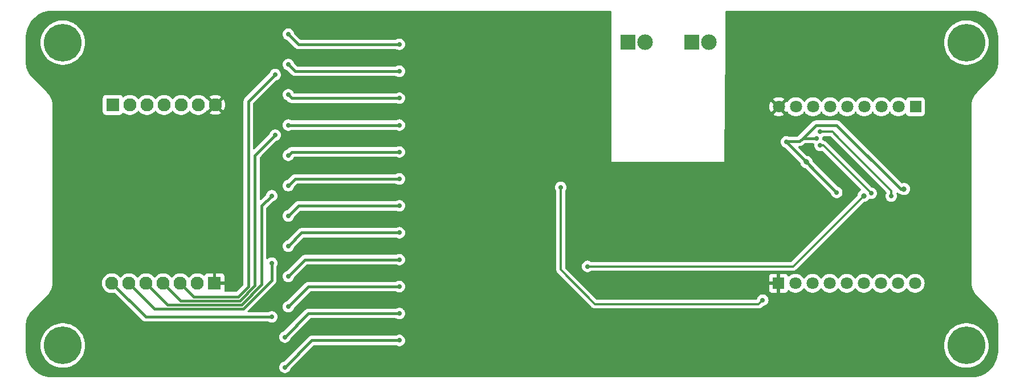
<source format=gbr>
%TF.GenerationSoftware,KiCad,Pcbnew,8.0.2*%
%TF.CreationDate,2024-07-09T10:47:46+02:00*%
%TF.ProjectId,BMS V1.0,424d5320-5631-42e3-902e-6b696361645f,rev?*%
%TF.SameCoordinates,Original*%
%TF.FileFunction,Copper,L2,Bot*%
%TF.FilePolarity,Positive*%
%FSLAX46Y46*%
G04 Gerber Fmt 4.6, Leading zero omitted, Abs format (unit mm)*
G04 Created by KiCad (PCBNEW 8.0.2) date 2024-07-09 10:47:46*
%MOMM*%
%LPD*%
G01*
G04 APERTURE LIST*
%TA.AperFunction,ComponentPad*%
%ADD10R,2.325000X2.325000*%
%TD*%
%TA.AperFunction,ComponentPad*%
%ADD11C,2.325000*%
%TD*%
%TA.AperFunction,ComponentPad*%
%ADD12C,5.600000*%
%TD*%
%TA.AperFunction,ComponentPad*%
%ADD13R,1.800000X1.800000*%
%TD*%
%TA.AperFunction,ComponentPad*%
%ADD14C,1.800000*%
%TD*%
%TA.AperFunction,ComponentPad*%
%ADD15R,1.950000X1.950000*%
%TD*%
%TA.AperFunction,ComponentPad*%
%ADD16C,1.950000*%
%TD*%
%TA.AperFunction,ViaPad*%
%ADD17C,0.800000*%
%TD*%
%TA.AperFunction,ViaPad*%
%ADD18C,0.700000*%
%TD*%
%TA.AperFunction,Conductor*%
%ADD19C,0.300000*%
%TD*%
%TA.AperFunction,Conductor*%
%ADD20C,0.400000*%
%TD*%
G04 APERTURE END LIST*
D10*
%TO.P,J3,1,Pin_1*%
%TO.N,Net-(J3-Pin_1)*%
X163000000Y-68155000D03*
D11*
%TO.P,J3,2,Pin_2*%
%TO.N,Net-(J3-Pin_2)*%
X165540000Y-68155000D03*
%TD*%
D12*
%TO.P,,1*%
%TO.N,N/C*%
X203750000Y-113250000D03*
%TD*%
%TO.P,,1*%
%TO.N,N/C*%
X69500000Y-113250000D03*
%TD*%
D13*
%TO.P,J5,1,Pin_1*%
%TO.N,/T16*%
X196200000Y-77775000D03*
D14*
%TO.P,J5,2,Pin_2*%
%TO.N,/T15*%
X193660000Y-77775000D03*
%TO.P,J5,3,Pin_3*%
%TO.N,/T14*%
X191120000Y-77775000D03*
%TO.P,J5,4,Pin_4*%
%TO.N,/T13*%
X188580000Y-77775000D03*
%TO.P,J5,5,Pin_5*%
%TO.N,/T12*%
X186040000Y-77775000D03*
%TO.P,J5,6,Pin_6*%
%TO.N,/T11*%
X183500000Y-77775000D03*
%TO.P,J5,7,Pin_7*%
%TO.N,/T10*%
X180960000Y-77775000D03*
%TO.P,J5,8,Pin_8*%
%TO.N,/T9*%
X178420000Y-77775000D03*
%TO.P,J5,9,Pin_9*%
%TO.N,-VDC*%
X175880000Y-77775000D03*
%TD*%
D13*
%TO.P,J4,1,Pin_1*%
%TO.N,-VDC*%
X175840000Y-104000000D03*
D14*
%TO.P,J4,2,Pin_2*%
%TO.N,/T8*%
X178380000Y-104000000D03*
%TO.P,J4,3,Pin_3*%
%TO.N,/T7*%
X180920000Y-104000000D03*
%TO.P,J4,4,Pin_4*%
%TO.N,/T6*%
X183460000Y-104000000D03*
%TO.P,J4,5,Pin_5*%
%TO.N,/T5*%
X186000000Y-104000000D03*
%TO.P,J4,6,Pin_6*%
%TO.N,/T4*%
X188540000Y-104000000D03*
%TO.P,J4,7,Pin_7*%
%TO.N,/T3*%
X191080000Y-104000000D03*
%TO.P,J4,8,Pin_8*%
%TO.N,/T2*%
X193620000Y-104000000D03*
%TO.P,J4,9,Pin_9*%
%TO.N,/T1*%
X196160000Y-104000000D03*
%TD*%
D15*
%TO.P,J6,1,Pin_1*%
%TO.N,/Cell 11*%
X76930000Y-77500000D03*
D16*
%TO.P,J6,2,Pin_2*%
%TO.N,/Cell 9*%
X79470000Y-77500000D03*
%TO.P,J6,3,Pin_3*%
%TO.N,/Cell 7*%
X82010000Y-77500000D03*
%TO.P,J6,4,Pin_4*%
%TO.N,/Cell 5*%
X84550000Y-77500000D03*
%TO.P,J6,5,Pin_5*%
%TO.N,/Cell 3*%
X87090000Y-77500000D03*
%TO.P,J6,6,Pin_6*%
%TO.N,/Cell 1*%
X89630000Y-77500000D03*
%TO.P,J6,7,Pin_7*%
%TO.N,-VDC*%
X92170000Y-77500000D03*
%TD*%
D10*
%TO.P,J1,1,Pin_1*%
%TO.N,Net-(J1-Pin_1)*%
X153460000Y-68155000D03*
D11*
%TO.P,J1,2,Pin_2*%
%TO.N,Net-(J1-Pin_2)*%
X156000000Y-68155000D03*
%TD*%
D12*
%TO.P,,1*%
%TO.N,N/C*%
X203750000Y-68250000D03*
%TD*%
%TO.P,REF\u002A\u002A,1*%
%TO.N,N/C*%
X69500000Y-68250000D03*
%TD*%
D15*
%TO.P,J2,1,Pin_1*%
%TO.N,-VDC*%
X92050000Y-104000000D03*
D16*
%TO.P,J2,2,Pin_2*%
%TO.N,+BATT*%
X89510000Y-104000000D03*
%TO.P,J2,3,Pin_3*%
%TO.N,/Cell 10*%
X86970000Y-104000000D03*
%TO.P,J2,4,Pin_4*%
%TO.N,/Cell 8*%
X84430000Y-104000000D03*
%TO.P,J2,5,Pin_5*%
%TO.N,/Cell 6*%
X81890000Y-104000000D03*
%TO.P,J2,6,Pin_6*%
%TO.N,/Cell 4*%
X79350000Y-104000000D03*
%TO.P,J2,7,Pin_7*%
%TO.N,/Cell 2*%
X76810000Y-104000000D03*
%TD*%
D17*
%TO.N,+5V*%
X194500000Y-90000000D03*
D18*
X143500000Y-89750000D03*
X177000000Y-83000000D03*
X184500000Y-90500000D03*
D17*
X180000000Y-86000000D03*
D18*
X181500000Y-82500000D03*
X173500000Y-106500000D03*
%TO.N,-VDC*%
X172500000Y-94000000D03*
X117000000Y-78500000D03*
X149500000Y-82500000D03*
X159500000Y-99500000D03*
X117000000Y-90500000D03*
X140000000Y-76500000D03*
X92000000Y-67500000D03*
X133750000Y-65000000D03*
X187844425Y-81312811D03*
X143500000Y-109000000D03*
X178000000Y-74500000D03*
X131000000Y-69500000D03*
X185500000Y-100000000D03*
X176500000Y-99500000D03*
X138000000Y-108000000D03*
X157000000Y-95500000D03*
X131500000Y-114000000D03*
X117000000Y-66500000D03*
X117000000Y-114500000D03*
X117000000Y-102500000D03*
X195000000Y-88500000D03*
X167500000Y-106000000D03*
%TO.N,/VREF2*%
X147500000Y-101500000D03*
D17*
X188500000Y-91000000D03*
D18*
%TO.N,/SCL*%
X182000000Y-81500000D03*
X192602012Y-91057008D03*
%TO.N,/SDA*%
X189635627Y-90635627D03*
X182000000Y-83500000D03*
%TO.N,/Cell 10*%
X101050000Y-73000000D03*
%TO.N,/Cell 8*%
X101050000Y-82000000D03*
%TO.N,/Cell 6*%
X100550000Y-91000000D03*
%TO.N,/Cell 4*%
X100550000Y-101000000D03*
%TO.N,/Cell 2*%
X100550000Y-109000000D03*
%TO.N,Net-(Q1-G)*%
X119500000Y-108500000D03*
X102500000Y-112000000D03*
%TO.N,Net-(Q2-G)*%
X119500000Y-104500000D03*
X103000000Y-107500000D03*
%TO.N,Net-(Q3-G)*%
X103000000Y-103000000D03*
X119500000Y-100500000D03*
%TO.N,Net-(Q4-G)*%
X119500000Y-96500000D03*
X103000000Y-98500000D03*
%TO.N,Net-(Q5-G)*%
X103000000Y-94000000D03*
X119500000Y-92500000D03*
%TO.N,Net-(Q6-G)*%
X119500000Y-88500000D03*
X103000000Y-89500000D03*
%TO.N,Net-(Q7-G)*%
X103000000Y-85000000D03*
X119500000Y-84500000D03*
%TO.N,Net-(Q8-G)*%
X103000000Y-80500000D03*
X119500000Y-80500000D03*
%TO.N,Net-(Q9-G)*%
X119500000Y-76500000D03*
X103000000Y-76000000D03*
%TO.N,Net-(Q10-G)*%
X103000000Y-71500000D03*
X119500000Y-72500000D03*
%TO.N,Net-(Q11-G)*%
X119500000Y-68500000D03*
X103000000Y-67000000D03*
%TO.N,Net-(Q12-G)*%
X119500000Y-112500000D03*
X102500000Y-116500000D03*
%TD*%
D19*
%TO.N,+5V*%
X143500000Y-102000000D02*
X148600000Y-107100000D01*
D20*
X194000000Y-90000000D02*
X184500000Y-80500000D01*
D19*
X143500000Y-89750000D02*
X143500000Y-102000000D01*
D20*
X181425500Y-80500000D02*
X179462750Y-82462750D01*
X179000000Y-82925500D02*
X177074500Y-82925500D01*
X179462750Y-82462750D02*
X179000000Y-82925500D01*
X194500000Y-90000000D02*
X194000000Y-90000000D01*
X177074500Y-82925500D02*
X177000000Y-83000000D01*
X184500000Y-90500000D02*
X177000000Y-83000000D01*
X184500000Y-80500000D02*
X181425500Y-80500000D01*
X179462750Y-82462750D02*
X179500000Y-82500000D01*
X179500000Y-82500000D02*
X181500000Y-82500000D01*
D19*
X148600000Y-107100000D02*
X172900000Y-107100000D01*
X172900000Y-107100000D02*
X173500000Y-106500000D01*
%TO.N,/VREF2*%
X178000500Y-101499500D02*
X188500000Y-91000000D01*
X147500000Y-101499500D02*
X178000500Y-101499500D01*
%TO.N,/SCL*%
X184919796Y-82580204D02*
X192602012Y-90262420D01*
X184564592Y-82225000D02*
X184919796Y-82580204D01*
X182000000Y-81500000D02*
X183839592Y-81500000D01*
X192602012Y-90262420D02*
X192602012Y-91057008D01*
X183839592Y-81500000D02*
X184919796Y-82580204D01*
%TO.N,/SDA*%
X182025000Y-83525000D02*
X182000000Y-83500000D01*
X189610627Y-90635627D02*
X182500000Y-83525000D01*
X189635627Y-90635627D02*
X189610627Y-90635627D01*
X182500000Y-83525000D02*
X182025000Y-83525000D01*
D20*
%TO.N,/Cell 10*%
X101050000Y-73000000D02*
X97050000Y-77000000D01*
X88970000Y-106000000D02*
X86970000Y-104000000D01*
X97050000Y-77000000D02*
X97050000Y-104500000D01*
X95550000Y-106000000D02*
X88970000Y-106000000D01*
X97050000Y-104500000D02*
X95550000Y-106000000D01*
%TO.N,/Cell 8*%
X98050000Y-85000000D02*
X98050000Y-104348528D01*
X98050000Y-104348528D02*
X95798528Y-106600000D01*
X87030000Y-106600000D02*
X84430000Y-104000000D01*
X101050000Y-82000000D02*
X98050000Y-85000000D01*
X95798528Y-106600000D02*
X87030000Y-106600000D01*
%TO.N,/Cell 6*%
X96047056Y-107200000D02*
X85090000Y-107200000D01*
X100550000Y-91000000D02*
X99050000Y-92500000D01*
X99050000Y-104197056D02*
X96047056Y-107200000D01*
X99050000Y-92500000D02*
X99050000Y-104197056D01*
X85090000Y-107200000D02*
X81890000Y-104000000D01*
%TO.N,/Cell 4*%
X100550000Y-103545584D02*
X96295584Y-107800000D01*
X100550000Y-101000000D02*
X100550000Y-103545584D01*
X96295584Y-107800000D02*
X83150000Y-107800000D01*
X83150000Y-107800000D02*
X79350000Y-104000000D01*
%TO.N,/Cell 2*%
X100550000Y-109000000D02*
X81810000Y-109000000D01*
X81810000Y-109000000D02*
X76810000Y-104000000D01*
%TO.N,Net-(Q1-G)*%
X106000000Y-108500000D02*
X102500000Y-112000000D01*
X119500000Y-108500000D02*
X106000000Y-108500000D01*
%TO.N,Net-(Q2-G)*%
X106000000Y-104500000D02*
X103000000Y-107500000D01*
X119500000Y-104500000D02*
X106000000Y-104500000D01*
%TO.N,Net-(Q3-G)*%
X105500000Y-100500000D02*
X103000000Y-103000000D01*
X119500000Y-100500000D02*
X105500000Y-100500000D01*
%TO.N,Net-(Q4-G)*%
X105000000Y-96500000D02*
X103000000Y-98500000D01*
X119500000Y-96500000D02*
X105000000Y-96500000D01*
%TO.N,Net-(Q5-G)*%
X104500000Y-92500000D02*
X103000000Y-94000000D01*
X119500000Y-92500000D02*
X104500000Y-92500000D01*
%TO.N,Net-(Q6-G)*%
X104000000Y-88500000D02*
X103000000Y-89500000D01*
X119500000Y-88500000D02*
X104000000Y-88500000D01*
%TO.N,Net-(Q7-G)*%
X103500000Y-84500000D02*
X103000000Y-85000000D01*
X119500000Y-84500000D02*
X103500000Y-84500000D01*
%TO.N,Net-(Q8-G)*%
X119500000Y-80500000D02*
X103000000Y-80500000D01*
%TO.N,Net-(Q9-G)*%
X103500000Y-76500000D02*
X103000000Y-76000000D01*
X119500000Y-76500000D02*
X103500000Y-76500000D01*
%TO.N,Net-(Q10-G)*%
X104000000Y-72500000D02*
X103000000Y-71500000D01*
X119500000Y-72500000D02*
X104000000Y-72500000D01*
%TO.N,Net-(Q11-G)*%
X104500000Y-68500000D02*
X103000000Y-67000000D01*
X119500000Y-68500000D02*
X104500000Y-68500000D01*
%TO.N,Net-(Q12-G)*%
X106500000Y-112500000D02*
X102500000Y-116500000D01*
X119500000Y-112500000D02*
X106500000Y-112500000D01*
%TD*%
%TA.AperFunction,Conductor*%
%TO.N,-VDC*%
G36*
X150943039Y-63519685D02*
G01*
X150988794Y-63572489D01*
X151000000Y-63624000D01*
X151000000Y-86000000D01*
X167750000Y-86000000D01*
X167766696Y-84497335D01*
X167841389Y-77774994D01*
X174475202Y-77774994D01*
X174475202Y-77775005D01*
X174494361Y-78006218D01*
X174551317Y-78231135D01*
X174644515Y-78443606D01*
X174728812Y-78572633D01*
X175315387Y-77986058D01*
X175320889Y-78006591D01*
X175399881Y-78143408D01*
X175511592Y-78255119D01*
X175648409Y-78334111D01*
X175668940Y-78339612D01*
X175081201Y-78927351D01*
X175111649Y-78951050D01*
X175315697Y-79061476D01*
X175315706Y-79061479D01*
X175535139Y-79136811D01*
X175763993Y-79175000D01*
X175996007Y-79175000D01*
X176224860Y-79136811D01*
X176444293Y-79061479D01*
X176444301Y-79061476D01*
X176648355Y-78951047D01*
X176678797Y-78927351D01*
X176678798Y-78927350D01*
X176091060Y-78339612D01*
X176111591Y-78334111D01*
X176248408Y-78255119D01*
X176360119Y-78143408D01*
X176439111Y-78006591D01*
X176444612Y-77986059D01*
X177031185Y-78572632D01*
X177045891Y-78550125D01*
X177099037Y-78504768D01*
X177168268Y-78495344D01*
X177231604Y-78524846D01*
X177253508Y-78550123D01*
X177311021Y-78638153D01*
X177468216Y-78808913D01*
X177468219Y-78808915D01*
X177468222Y-78808918D01*
X177651365Y-78951464D01*
X177651371Y-78951468D01*
X177651374Y-78951470D01*
X177801185Y-79032544D01*
X177854652Y-79061479D01*
X177855497Y-79061936D01*
X177969487Y-79101068D01*
X178075015Y-79137297D01*
X178075017Y-79137297D01*
X178075019Y-79137298D01*
X178303951Y-79175500D01*
X178303952Y-79175500D01*
X178536048Y-79175500D01*
X178536049Y-79175500D01*
X178764981Y-79137298D01*
X178984503Y-79061936D01*
X179188626Y-78951470D01*
X179189170Y-78951047D01*
X179311471Y-78855856D01*
X179371784Y-78808913D01*
X179528979Y-78638153D01*
X179586191Y-78550582D01*
X179639337Y-78505226D01*
X179708568Y-78495802D01*
X179771904Y-78525304D01*
X179793809Y-78550583D01*
X179851016Y-78638147D01*
X179851018Y-78638149D01*
X179851021Y-78638153D01*
X180008216Y-78808913D01*
X180008219Y-78808915D01*
X180008222Y-78808918D01*
X180191365Y-78951464D01*
X180191371Y-78951468D01*
X180191374Y-78951470D01*
X180341185Y-79032544D01*
X180394652Y-79061479D01*
X180395497Y-79061936D01*
X180509487Y-79101068D01*
X180615015Y-79137297D01*
X180615017Y-79137297D01*
X180615019Y-79137298D01*
X180843951Y-79175500D01*
X180843952Y-79175500D01*
X181076048Y-79175500D01*
X181076049Y-79175500D01*
X181304981Y-79137298D01*
X181524503Y-79061936D01*
X181728626Y-78951470D01*
X181729170Y-78951047D01*
X181851471Y-78855856D01*
X181911784Y-78808913D01*
X182068979Y-78638153D01*
X182126191Y-78550582D01*
X182179337Y-78505226D01*
X182248568Y-78495802D01*
X182311904Y-78525304D01*
X182333809Y-78550583D01*
X182391016Y-78638147D01*
X182391018Y-78638149D01*
X182391021Y-78638153D01*
X182548216Y-78808913D01*
X182548219Y-78808915D01*
X182548222Y-78808918D01*
X182731365Y-78951464D01*
X182731371Y-78951468D01*
X182731374Y-78951470D01*
X182881185Y-79032544D01*
X182934652Y-79061479D01*
X182935497Y-79061936D01*
X183049487Y-79101068D01*
X183155015Y-79137297D01*
X183155017Y-79137297D01*
X183155019Y-79137298D01*
X183383951Y-79175500D01*
X183383952Y-79175500D01*
X183616048Y-79175500D01*
X183616049Y-79175500D01*
X183844981Y-79137298D01*
X184064503Y-79061936D01*
X184268626Y-78951470D01*
X184269170Y-78951047D01*
X184391471Y-78855856D01*
X184451784Y-78808913D01*
X184608979Y-78638153D01*
X184666191Y-78550582D01*
X184719337Y-78505226D01*
X184788568Y-78495802D01*
X184851904Y-78525304D01*
X184873809Y-78550583D01*
X184931016Y-78638147D01*
X184931018Y-78638149D01*
X184931021Y-78638153D01*
X185088216Y-78808913D01*
X185088219Y-78808915D01*
X185088222Y-78808918D01*
X185271365Y-78951464D01*
X185271371Y-78951468D01*
X185271374Y-78951470D01*
X185421185Y-79032544D01*
X185474652Y-79061479D01*
X185475497Y-79061936D01*
X185589487Y-79101068D01*
X185695015Y-79137297D01*
X185695017Y-79137297D01*
X185695019Y-79137298D01*
X185923951Y-79175500D01*
X185923952Y-79175500D01*
X186156048Y-79175500D01*
X186156049Y-79175500D01*
X186384981Y-79137298D01*
X186604503Y-79061936D01*
X186808626Y-78951470D01*
X186809170Y-78951047D01*
X186931471Y-78855856D01*
X186991784Y-78808913D01*
X187148979Y-78638153D01*
X187206191Y-78550582D01*
X187259337Y-78505226D01*
X187328568Y-78495802D01*
X187391904Y-78525304D01*
X187413809Y-78550583D01*
X187471016Y-78638147D01*
X187471018Y-78638149D01*
X187471021Y-78638153D01*
X187628216Y-78808913D01*
X187628219Y-78808915D01*
X187628222Y-78808918D01*
X187811365Y-78951464D01*
X187811371Y-78951468D01*
X187811374Y-78951470D01*
X187961185Y-79032544D01*
X188014652Y-79061479D01*
X188015497Y-79061936D01*
X188129487Y-79101068D01*
X188235015Y-79137297D01*
X188235017Y-79137297D01*
X188235019Y-79137298D01*
X188463951Y-79175500D01*
X188463952Y-79175500D01*
X188696048Y-79175500D01*
X188696049Y-79175500D01*
X188924981Y-79137298D01*
X189144503Y-79061936D01*
X189348626Y-78951470D01*
X189349170Y-78951047D01*
X189471471Y-78855856D01*
X189531784Y-78808913D01*
X189688979Y-78638153D01*
X189746191Y-78550582D01*
X189799337Y-78505226D01*
X189868568Y-78495802D01*
X189931904Y-78525304D01*
X189953809Y-78550583D01*
X190011016Y-78638147D01*
X190011018Y-78638149D01*
X190011021Y-78638153D01*
X190168216Y-78808913D01*
X190168219Y-78808915D01*
X190168222Y-78808918D01*
X190351365Y-78951464D01*
X190351371Y-78951468D01*
X190351374Y-78951470D01*
X190501185Y-79032544D01*
X190554652Y-79061479D01*
X190555497Y-79061936D01*
X190669487Y-79101068D01*
X190775015Y-79137297D01*
X190775017Y-79137297D01*
X190775019Y-79137298D01*
X191003951Y-79175500D01*
X191003952Y-79175500D01*
X191236048Y-79175500D01*
X191236049Y-79175500D01*
X191464981Y-79137298D01*
X191684503Y-79061936D01*
X191888626Y-78951470D01*
X191889170Y-78951047D01*
X192011471Y-78855856D01*
X192071784Y-78808913D01*
X192228979Y-78638153D01*
X192286191Y-78550582D01*
X192339337Y-78505226D01*
X192408568Y-78495802D01*
X192471904Y-78525304D01*
X192493809Y-78550583D01*
X192551016Y-78638147D01*
X192551018Y-78638149D01*
X192551021Y-78638153D01*
X192708216Y-78808913D01*
X192708219Y-78808915D01*
X192708222Y-78808918D01*
X192891365Y-78951464D01*
X192891371Y-78951468D01*
X192891374Y-78951470D01*
X193041185Y-79032544D01*
X193094652Y-79061479D01*
X193095497Y-79061936D01*
X193209487Y-79101068D01*
X193315015Y-79137297D01*
X193315017Y-79137297D01*
X193315019Y-79137298D01*
X193543951Y-79175500D01*
X193543952Y-79175500D01*
X193776048Y-79175500D01*
X193776049Y-79175500D01*
X194004981Y-79137298D01*
X194224503Y-79061936D01*
X194428626Y-78951470D01*
X194429170Y-78951047D01*
X194551471Y-78855856D01*
X194611784Y-78808913D01*
X194620130Y-78799846D01*
X194680010Y-78763854D01*
X194749849Y-78765949D01*
X194807468Y-78805469D01*
X194827544Y-78840491D01*
X194856203Y-78917330D01*
X194856206Y-78917335D01*
X194942452Y-79032544D01*
X194942455Y-79032547D01*
X195057664Y-79118793D01*
X195057671Y-79118797D01*
X195192517Y-79169091D01*
X195192516Y-79169091D01*
X195199444Y-79169835D01*
X195252127Y-79175500D01*
X197147872Y-79175499D01*
X197207483Y-79169091D01*
X197342331Y-79118796D01*
X197457546Y-79032546D01*
X197543796Y-78917331D01*
X197594091Y-78782483D01*
X197600500Y-78722873D01*
X197600499Y-76827128D01*
X197594091Y-76767517D01*
X197584233Y-76741087D01*
X197543797Y-76632671D01*
X197543793Y-76632664D01*
X197457547Y-76517455D01*
X197457544Y-76517452D01*
X197342335Y-76431206D01*
X197342328Y-76431202D01*
X197207482Y-76380908D01*
X197207483Y-76380908D01*
X197147883Y-76374501D01*
X197147881Y-76374500D01*
X197147873Y-76374500D01*
X197147864Y-76374500D01*
X195252129Y-76374500D01*
X195252123Y-76374501D01*
X195192516Y-76380908D01*
X195057671Y-76431202D01*
X195057664Y-76431206D01*
X194942455Y-76517452D01*
X194942452Y-76517455D01*
X194856206Y-76632664D01*
X194856203Y-76632670D01*
X194827544Y-76709508D01*
X194785672Y-76765441D01*
X194720208Y-76789858D01*
X194651935Y-76775006D01*
X194620135Y-76750158D01*
X194611784Y-76741087D01*
X194611778Y-76741082D01*
X194611777Y-76741081D01*
X194428634Y-76598535D01*
X194428628Y-76598531D01*
X194224504Y-76488064D01*
X194224495Y-76488061D01*
X194004984Y-76412702D01*
X193814450Y-76380908D01*
X193776049Y-76374500D01*
X193543951Y-76374500D01*
X193505550Y-76380908D01*
X193315015Y-76412702D01*
X193095504Y-76488061D01*
X193095495Y-76488064D01*
X192891371Y-76598531D01*
X192891365Y-76598535D01*
X192708222Y-76741081D01*
X192708219Y-76741084D01*
X192708216Y-76741086D01*
X192708216Y-76741087D01*
X192663319Y-76789858D01*
X192551016Y-76911852D01*
X192493809Y-76999416D01*
X192440662Y-77044773D01*
X192371431Y-77054197D01*
X192308095Y-77024695D01*
X192286191Y-76999416D01*
X192228983Y-76911852D01*
X192228980Y-76911849D01*
X192228979Y-76911847D01*
X192071784Y-76741087D01*
X192071779Y-76741083D01*
X192071777Y-76741081D01*
X191888634Y-76598535D01*
X191888628Y-76598531D01*
X191684504Y-76488064D01*
X191684495Y-76488061D01*
X191464984Y-76412702D01*
X191274450Y-76380908D01*
X191236049Y-76374500D01*
X191003951Y-76374500D01*
X190965550Y-76380908D01*
X190775015Y-76412702D01*
X190555504Y-76488061D01*
X190555495Y-76488064D01*
X190351371Y-76598531D01*
X190351365Y-76598535D01*
X190168222Y-76741081D01*
X190168219Y-76741084D01*
X190168216Y-76741086D01*
X190168216Y-76741087D01*
X190123319Y-76789858D01*
X190011016Y-76911852D01*
X189953809Y-76999416D01*
X189900662Y-77044773D01*
X189831431Y-77054197D01*
X189768095Y-77024695D01*
X189746191Y-76999416D01*
X189688983Y-76911852D01*
X189688980Y-76911849D01*
X189688979Y-76911847D01*
X189531784Y-76741087D01*
X189531779Y-76741083D01*
X189531777Y-76741081D01*
X189348634Y-76598535D01*
X189348628Y-76598531D01*
X189144504Y-76488064D01*
X189144495Y-76488061D01*
X188924984Y-76412702D01*
X188734450Y-76380908D01*
X188696049Y-76374500D01*
X188463951Y-76374500D01*
X188425550Y-76380908D01*
X188235015Y-76412702D01*
X188015504Y-76488061D01*
X188015495Y-76488064D01*
X187811371Y-76598531D01*
X187811365Y-76598535D01*
X187628222Y-76741081D01*
X187628219Y-76741084D01*
X187628216Y-76741086D01*
X187628216Y-76741087D01*
X187583319Y-76789858D01*
X187471016Y-76911852D01*
X187413809Y-76999416D01*
X187360662Y-77044773D01*
X187291431Y-77054197D01*
X187228095Y-77024695D01*
X187206191Y-76999416D01*
X187148983Y-76911852D01*
X187148980Y-76911849D01*
X187148979Y-76911847D01*
X186991784Y-76741087D01*
X186991779Y-76741083D01*
X186991777Y-76741081D01*
X186808634Y-76598535D01*
X186808628Y-76598531D01*
X186604504Y-76488064D01*
X186604495Y-76488061D01*
X186384984Y-76412702D01*
X186194450Y-76380908D01*
X186156049Y-76374500D01*
X185923951Y-76374500D01*
X185885550Y-76380908D01*
X185695015Y-76412702D01*
X185475504Y-76488061D01*
X185475495Y-76488064D01*
X185271371Y-76598531D01*
X185271365Y-76598535D01*
X185088222Y-76741081D01*
X185088219Y-76741084D01*
X185088216Y-76741086D01*
X185088216Y-76741087D01*
X185043319Y-76789858D01*
X184931016Y-76911852D01*
X184873809Y-76999416D01*
X184820662Y-77044773D01*
X184751431Y-77054197D01*
X184688095Y-77024695D01*
X184666191Y-76999416D01*
X184608983Y-76911852D01*
X184608980Y-76911849D01*
X184608979Y-76911847D01*
X184451784Y-76741087D01*
X184451779Y-76741083D01*
X184451777Y-76741081D01*
X184268634Y-76598535D01*
X184268628Y-76598531D01*
X184064504Y-76488064D01*
X184064495Y-76488061D01*
X183844984Y-76412702D01*
X183654450Y-76380908D01*
X183616049Y-76374500D01*
X183383951Y-76374500D01*
X183345550Y-76380908D01*
X183155015Y-76412702D01*
X182935504Y-76488061D01*
X182935495Y-76488064D01*
X182731371Y-76598531D01*
X182731365Y-76598535D01*
X182548222Y-76741081D01*
X182548219Y-76741084D01*
X182548216Y-76741086D01*
X182548216Y-76741087D01*
X182503319Y-76789858D01*
X182391016Y-76911852D01*
X182333809Y-76999416D01*
X182280662Y-77044773D01*
X182211431Y-77054197D01*
X182148095Y-77024695D01*
X182126191Y-76999416D01*
X182068983Y-76911852D01*
X182068980Y-76911849D01*
X182068979Y-76911847D01*
X181911784Y-76741087D01*
X181911779Y-76741083D01*
X181911777Y-76741081D01*
X181728634Y-76598535D01*
X181728628Y-76598531D01*
X181524504Y-76488064D01*
X181524495Y-76488061D01*
X181304984Y-76412702D01*
X181114450Y-76380908D01*
X181076049Y-76374500D01*
X180843951Y-76374500D01*
X180805550Y-76380908D01*
X180615015Y-76412702D01*
X180395504Y-76488061D01*
X180395495Y-76488064D01*
X180191371Y-76598531D01*
X180191365Y-76598535D01*
X180008222Y-76741081D01*
X180008219Y-76741084D01*
X180008216Y-76741086D01*
X180008216Y-76741087D01*
X179963319Y-76789858D01*
X179851016Y-76911852D01*
X179793809Y-76999416D01*
X179740662Y-77044773D01*
X179671431Y-77054197D01*
X179608095Y-77024695D01*
X179586191Y-76999416D01*
X179528983Y-76911852D01*
X179528980Y-76911849D01*
X179528979Y-76911847D01*
X179371784Y-76741087D01*
X179371779Y-76741083D01*
X179371777Y-76741081D01*
X179188634Y-76598535D01*
X179188628Y-76598531D01*
X178984504Y-76488064D01*
X178984495Y-76488061D01*
X178764984Y-76412702D01*
X178574450Y-76380908D01*
X178536049Y-76374500D01*
X178303951Y-76374500D01*
X178265550Y-76380908D01*
X178075015Y-76412702D01*
X177855504Y-76488061D01*
X177855495Y-76488064D01*
X177651371Y-76598531D01*
X177651365Y-76598535D01*
X177468222Y-76741081D01*
X177468219Y-76741084D01*
X177468216Y-76741086D01*
X177468216Y-76741087D01*
X177344961Y-76874979D01*
X177311015Y-76911854D01*
X177253509Y-76999874D01*
X177200363Y-77045230D01*
X177131132Y-77054654D01*
X177067796Y-77025152D01*
X177045892Y-76999874D01*
X177031186Y-76977365D01*
X176444612Y-77563939D01*
X176439111Y-77543409D01*
X176360119Y-77406592D01*
X176248408Y-77294881D01*
X176111591Y-77215889D01*
X176091058Y-77210387D01*
X176678797Y-76622647D01*
X176678797Y-76622645D01*
X176648360Y-76598955D01*
X176648354Y-76598951D01*
X176444302Y-76488523D01*
X176444293Y-76488520D01*
X176224860Y-76413188D01*
X175996007Y-76375000D01*
X175763993Y-76375000D01*
X175535139Y-76413188D01*
X175315706Y-76488520D01*
X175315697Y-76488523D01*
X175111650Y-76598949D01*
X175081200Y-76622647D01*
X175668941Y-77210387D01*
X175648409Y-77215889D01*
X175511592Y-77294881D01*
X175399881Y-77406592D01*
X175320889Y-77543409D01*
X175315387Y-77563941D01*
X174728811Y-76977365D01*
X174644516Y-77106390D01*
X174551317Y-77318864D01*
X174494361Y-77543781D01*
X174475202Y-77774994D01*
X167841389Y-77774994D01*
X167947223Y-68249997D01*
X200444652Y-68249997D01*
X200444652Y-68250002D01*
X200464028Y-68607368D01*
X200464029Y-68607385D01*
X200521926Y-68960539D01*
X200521932Y-68960565D01*
X200617672Y-69305392D01*
X200617674Y-69305399D01*
X200750142Y-69637870D01*
X200750151Y-69637888D01*
X200917784Y-69954077D01*
X200917790Y-69954086D01*
X201118634Y-70250309D01*
X201118641Y-70250319D01*
X201350331Y-70523085D01*
X201350332Y-70523086D01*
X201610163Y-70769211D01*
X201895081Y-70985800D01*
X202201747Y-71170315D01*
X202201749Y-71170316D01*
X202201751Y-71170317D01*
X202201755Y-71170319D01*
X202388036Y-71256501D01*
X202526565Y-71320591D01*
X202865726Y-71434868D01*
X203215254Y-71511805D01*
X203571052Y-71550500D01*
X203571058Y-71550500D01*
X203928942Y-71550500D01*
X203928948Y-71550500D01*
X204284746Y-71511805D01*
X204634274Y-71434868D01*
X204973435Y-71320591D01*
X205298253Y-71170315D01*
X205604919Y-70985800D01*
X205889837Y-70769211D01*
X206149668Y-70523086D01*
X206381365Y-70250311D01*
X206582211Y-69954085D01*
X206749853Y-69637880D01*
X206882324Y-69305403D01*
X206978071Y-68960552D01*
X207035972Y-68607371D01*
X207055348Y-68250000D01*
X207035972Y-67892629D01*
X207031356Y-67864474D01*
X206978073Y-67539460D01*
X206978072Y-67539459D01*
X206978071Y-67539448D01*
X206924870Y-67347835D01*
X206882327Y-67194607D01*
X206882325Y-67194600D01*
X206875632Y-67177803D01*
X206839868Y-67088041D01*
X206749857Y-66862129D01*
X206749848Y-66862111D01*
X206582215Y-66545922D01*
X206582213Y-66545919D01*
X206582211Y-66545915D01*
X206381365Y-66249689D01*
X206381361Y-66249684D01*
X206381358Y-66249680D01*
X206149668Y-65976914D01*
X205889837Y-65730789D01*
X205889830Y-65730783D01*
X205889827Y-65730781D01*
X205822245Y-65679407D01*
X205604919Y-65514200D01*
X205298253Y-65329685D01*
X205298252Y-65329684D01*
X205298248Y-65329682D01*
X205298244Y-65329680D01*
X204973447Y-65179414D01*
X204973441Y-65179411D01*
X204973435Y-65179409D01*
X204770595Y-65111064D01*
X204634273Y-65065131D01*
X204284744Y-64988194D01*
X203928949Y-64949500D01*
X203928948Y-64949500D01*
X203571052Y-64949500D01*
X203571050Y-64949500D01*
X203215255Y-64988194D01*
X202865726Y-65065131D01*
X202609970Y-65151306D01*
X202526565Y-65179409D01*
X202526563Y-65179410D01*
X202526552Y-65179414D01*
X202201755Y-65329680D01*
X202201751Y-65329682D01*
X202005591Y-65447708D01*
X201895081Y-65514200D01*
X201806768Y-65581333D01*
X201610172Y-65730781D01*
X201610163Y-65730789D01*
X201350331Y-65976914D01*
X201118641Y-66249680D01*
X201118634Y-66249690D01*
X200917790Y-66545913D01*
X200917784Y-66545922D01*
X200750151Y-66862111D01*
X200750142Y-66862129D01*
X200617674Y-67194600D01*
X200617672Y-67194607D01*
X200521932Y-67539434D01*
X200521926Y-67539460D01*
X200464029Y-67892614D01*
X200464028Y-67892631D01*
X200444652Y-68249997D01*
X167947223Y-68249997D01*
X167998638Y-63622622D01*
X168019066Y-63555806D01*
X168072375Y-63510640D01*
X168122630Y-63500000D01*
X204499213Y-63500000D01*
X204500733Y-63500008D01*
X204691077Y-63502343D01*
X204701681Y-63502930D01*
X205081224Y-63540312D01*
X205093249Y-63542096D01*
X205466527Y-63616345D01*
X205478329Y-63619301D01*
X205842544Y-63729785D01*
X205854002Y-63733885D01*
X206205627Y-63879532D01*
X206216626Y-63884734D01*
X206552282Y-64064147D01*
X206562713Y-64070399D01*
X206879169Y-64281849D01*
X206888942Y-64289097D01*
X207183148Y-64530544D01*
X207192165Y-64538717D01*
X207461282Y-64807834D01*
X207469455Y-64816851D01*
X207710902Y-65111057D01*
X207718150Y-65120830D01*
X207929600Y-65437286D01*
X207935856Y-65447724D01*
X208115264Y-65783372D01*
X208120467Y-65794372D01*
X208266114Y-66145997D01*
X208270214Y-66157455D01*
X208380698Y-66521670D01*
X208383654Y-66533474D01*
X208457902Y-66906744D01*
X208459688Y-66918781D01*
X208497068Y-67298304D01*
X208497656Y-67308937D01*
X208499991Y-67499266D01*
X208500000Y-67500787D01*
X208500000Y-71256501D01*
X208499989Y-71258174D01*
X208497811Y-71419591D01*
X208497042Y-71431801D01*
X208460813Y-71753364D01*
X208458484Y-71767074D01*
X208386658Y-72081757D01*
X208382808Y-72095119D01*
X208276205Y-72399767D01*
X208270883Y-72412616D01*
X208130830Y-72703425D01*
X208124103Y-72715595D01*
X207952380Y-72988877D01*
X207944333Y-73000219D01*
X207742549Y-73253233D01*
X207734473Y-73262394D01*
X207621861Y-73378122D01*
X207620673Y-73379326D01*
X205378712Y-75621286D01*
X205261239Y-75741968D01*
X205051302Y-76005204D01*
X204872162Y-76290289D01*
X204872162Y-76290290D01*
X204762762Y-76517455D01*
X204726066Y-76593652D01*
X204614859Y-76911453D01*
X204539937Y-77239711D01*
X204539937Y-77239712D01*
X204502243Y-77574270D01*
X204502242Y-77574287D01*
X204502242Y-77574291D01*
X204500000Y-77742641D01*
X204500000Y-103757359D01*
X204501445Y-103864476D01*
X204502271Y-103925712D01*
X204502272Y-103925728D01*
X204539963Y-104260280D01*
X204539967Y-104260307D01*
X204614880Y-104588539D01*
X204614885Y-104588554D01*
X204726082Y-104906351D01*
X204726083Y-104906353D01*
X204726084Y-104906355D01*
X204872169Y-105209712D01*
X204905765Y-105263181D01*
X205039169Y-105475500D01*
X205051300Y-105494806D01*
X205261226Y-105758050D01*
X205378679Y-105878679D01*
X205378701Y-105878701D01*
X207620690Y-108120690D01*
X207621867Y-108121882D01*
X207734481Y-108237580D01*
X207742571Y-108246757D01*
X207944332Y-108499763D01*
X207952378Y-108511104D01*
X208124102Y-108784407D01*
X208130827Y-108796574D01*
X208155509Y-108847829D01*
X208270868Y-109087382D01*
X208276189Y-109100229D01*
X208382790Y-109404888D01*
X208386639Y-109418250D01*
X208458457Y-109732924D01*
X208460786Y-109746633D01*
X208497016Y-110068217D01*
X208497784Y-110080405D01*
X208499988Y-110241761D01*
X208500000Y-110243455D01*
X208500000Y-113999212D01*
X208499991Y-114000733D01*
X208497656Y-114191062D01*
X208497068Y-114201695D01*
X208459688Y-114581218D01*
X208457902Y-114593255D01*
X208383654Y-114966525D01*
X208380698Y-114978329D01*
X208270214Y-115342544D01*
X208266114Y-115354002D01*
X208120467Y-115705627D01*
X208115264Y-115716627D01*
X207935856Y-116052275D01*
X207929600Y-116062713D01*
X207718150Y-116379169D01*
X207710902Y-116388942D01*
X207469455Y-116683148D01*
X207461282Y-116692165D01*
X207192165Y-116961282D01*
X207183148Y-116969455D01*
X206888942Y-117210902D01*
X206879169Y-117218150D01*
X206562713Y-117429600D01*
X206552275Y-117435856D01*
X206216627Y-117615264D01*
X206205627Y-117620467D01*
X205854002Y-117766114D01*
X205842544Y-117770214D01*
X205478329Y-117880698D01*
X205466525Y-117883654D01*
X205093255Y-117957902D01*
X205081218Y-117959688D01*
X204701695Y-117997068D01*
X204691062Y-117997656D01*
X204500734Y-117999991D01*
X204499213Y-118000000D01*
X68000787Y-118000000D01*
X67999266Y-117999991D01*
X67808937Y-117997656D01*
X67798304Y-117997068D01*
X67418781Y-117959688D01*
X67406744Y-117957902D01*
X67033474Y-117883654D01*
X67021670Y-117880698D01*
X66657455Y-117770214D01*
X66645997Y-117766114D01*
X66294372Y-117620467D01*
X66283372Y-117615264D01*
X65947724Y-117435856D01*
X65937286Y-117429600D01*
X65620830Y-117218150D01*
X65611057Y-117210902D01*
X65316851Y-116969455D01*
X65307834Y-116961282D01*
X65038717Y-116692165D01*
X65030544Y-116683148D01*
X64789097Y-116388942D01*
X64781849Y-116379169D01*
X64642298Y-116170317D01*
X64570396Y-116062708D01*
X64564143Y-116052275D01*
X64534777Y-115997336D01*
X64384734Y-115716626D01*
X64379532Y-115705627D01*
X64233885Y-115354002D01*
X64229785Y-115342544D01*
X64119301Y-114978329D01*
X64116345Y-114966525D01*
X64050975Y-114637888D01*
X64042096Y-114593249D01*
X64040311Y-114581218D01*
X64002930Y-114201681D01*
X64002343Y-114191075D01*
X64000009Y-114000732D01*
X64000000Y-113999212D01*
X64000000Y-113249997D01*
X66194652Y-113249997D01*
X66194652Y-113250002D01*
X66214028Y-113607368D01*
X66214029Y-113607385D01*
X66271926Y-113960539D01*
X66271932Y-113960565D01*
X66367672Y-114305392D01*
X66367674Y-114305399D01*
X66500142Y-114637870D01*
X66500151Y-114637888D01*
X66667784Y-114954077D01*
X66667790Y-114954086D01*
X66868634Y-115250309D01*
X66868641Y-115250319D01*
X67100331Y-115523085D01*
X67100332Y-115523086D01*
X67360163Y-115769211D01*
X67645081Y-115985800D01*
X67951747Y-116170315D01*
X67951749Y-116170316D01*
X67951751Y-116170317D01*
X67951755Y-116170319D01*
X68276552Y-116320585D01*
X68276565Y-116320591D01*
X68615726Y-116434868D01*
X68965254Y-116511805D01*
X69321052Y-116550500D01*
X69321058Y-116550500D01*
X69678942Y-116550500D01*
X69678948Y-116550500D01*
X70034746Y-116511805D01*
X70088377Y-116500000D01*
X101644815Y-116500000D01*
X101663503Y-116677805D01*
X101663504Y-116677807D01*
X101718747Y-116847829D01*
X101718750Y-116847835D01*
X101808141Y-117002665D01*
X101849812Y-117048946D01*
X101927764Y-117135521D01*
X101927767Y-117135523D01*
X101927770Y-117135526D01*
X102072407Y-117240612D01*
X102235733Y-117313329D01*
X102410609Y-117350500D01*
X102410610Y-117350500D01*
X102589389Y-117350500D01*
X102589391Y-117350500D01*
X102764267Y-117313329D01*
X102927593Y-117240612D01*
X103072230Y-117135526D01*
X103191859Y-117002665D01*
X103281250Y-116847835D01*
X103336497Y-116677803D01*
X103336497Y-116677801D01*
X103338505Y-116671622D01*
X103341310Y-116672533D01*
X103368304Y-116622354D01*
X103368667Y-116621988D01*
X106753838Y-113236819D01*
X106815161Y-113203334D01*
X106841519Y-113200500D01*
X118976907Y-113200500D01*
X119043946Y-113220185D01*
X119049792Y-113224182D01*
X119072402Y-113240609D01*
X119072404Y-113240610D01*
X119072407Y-113240612D01*
X119235733Y-113313329D01*
X119410609Y-113350500D01*
X119410610Y-113350500D01*
X119589389Y-113350500D01*
X119589391Y-113350500D01*
X119764267Y-113313329D01*
X119906514Y-113249997D01*
X200444652Y-113249997D01*
X200444652Y-113250002D01*
X200464028Y-113607368D01*
X200464029Y-113607385D01*
X200521926Y-113960539D01*
X200521932Y-113960565D01*
X200617672Y-114305392D01*
X200617674Y-114305399D01*
X200750142Y-114637870D01*
X200750151Y-114637888D01*
X200917784Y-114954077D01*
X200917790Y-114954086D01*
X201118634Y-115250309D01*
X201118641Y-115250319D01*
X201350331Y-115523085D01*
X201350332Y-115523086D01*
X201610163Y-115769211D01*
X201895081Y-115985800D01*
X202201747Y-116170315D01*
X202201749Y-116170316D01*
X202201751Y-116170317D01*
X202201755Y-116170319D01*
X202526552Y-116320585D01*
X202526565Y-116320591D01*
X202865726Y-116434868D01*
X203215254Y-116511805D01*
X203571052Y-116550500D01*
X203571058Y-116550500D01*
X203928942Y-116550500D01*
X203928948Y-116550500D01*
X204284746Y-116511805D01*
X204634274Y-116434868D01*
X204973435Y-116320591D01*
X205298253Y-116170315D01*
X205604919Y-115985800D01*
X205889837Y-115769211D01*
X206149668Y-115523086D01*
X206381365Y-115250311D01*
X206582211Y-114954085D01*
X206749853Y-114637880D01*
X206882324Y-114305403D01*
X206978071Y-113960552D01*
X207035972Y-113607371D01*
X207055348Y-113250000D01*
X207053731Y-113220185D01*
X207049141Y-113135521D01*
X207035972Y-112892629D01*
X207029065Y-112850500D01*
X206978073Y-112539460D01*
X206978072Y-112539459D01*
X206978071Y-112539448D01*
X206924870Y-112347835D01*
X206882327Y-112194607D01*
X206882325Y-112194600D01*
X206875632Y-112177803D01*
X206839868Y-112088041D01*
X206749857Y-111862129D01*
X206749848Y-111862111D01*
X206582215Y-111545922D01*
X206582213Y-111545919D01*
X206582211Y-111545915D01*
X206381365Y-111249689D01*
X206381361Y-111249684D01*
X206381358Y-111249680D01*
X206149668Y-110976914D01*
X205889837Y-110730789D01*
X205889830Y-110730783D01*
X205889827Y-110730781D01*
X205822245Y-110679407D01*
X205604919Y-110514200D01*
X205298253Y-110329685D01*
X205298252Y-110329684D01*
X205298248Y-110329682D01*
X205298244Y-110329680D01*
X204973447Y-110179414D01*
X204973441Y-110179411D01*
X204973435Y-110179409D01*
X204803854Y-110122270D01*
X204634273Y-110065131D01*
X204284744Y-109988194D01*
X203928949Y-109949500D01*
X203928948Y-109949500D01*
X203571052Y-109949500D01*
X203571050Y-109949500D01*
X203215255Y-109988194D01*
X202865726Y-110065131D01*
X202609970Y-110151306D01*
X202526565Y-110179409D01*
X202526563Y-110179410D01*
X202526552Y-110179414D01*
X202201755Y-110329680D01*
X202201751Y-110329682D01*
X201973367Y-110467096D01*
X201895081Y-110514200D01*
X201806768Y-110581333D01*
X201610172Y-110730781D01*
X201610163Y-110730789D01*
X201350331Y-110976914D01*
X201118641Y-111249680D01*
X201118634Y-111249690D01*
X200917790Y-111545913D01*
X200917784Y-111545922D01*
X200750151Y-111862111D01*
X200750142Y-111862129D01*
X200617674Y-112194600D01*
X200617672Y-112194607D01*
X200521932Y-112539434D01*
X200521926Y-112539460D01*
X200464029Y-112892614D01*
X200464028Y-112892631D01*
X200444652Y-113249997D01*
X119906514Y-113249997D01*
X119927593Y-113240612D01*
X120072230Y-113135526D01*
X120191859Y-113002665D01*
X120281250Y-112847835D01*
X120336497Y-112677803D01*
X120355185Y-112500000D01*
X120336497Y-112322197D01*
X120289581Y-112177805D01*
X120281252Y-112152170D01*
X120281249Y-112152164D01*
X120191859Y-111997335D01*
X120145003Y-111945296D01*
X120072235Y-111864478D01*
X120072232Y-111864476D01*
X120072231Y-111864475D01*
X120072230Y-111864474D01*
X119927593Y-111759388D01*
X119764267Y-111686671D01*
X119764265Y-111686670D01*
X119601952Y-111652170D01*
X119589391Y-111649500D01*
X119410609Y-111649500D01*
X119398048Y-111652170D01*
X119235733Y-111686670D01*
X119235728Y-111686672D01*
X119072408Y-111759388D01*
X119072403Y-111759390D01*
X119049793Y-111775818D01*
X118983986Y-111799298D01*
X118976908Y-111799500D01*
X106431003Y-111799500D01*
X106322590Y-111821065D01*
X106322589Y-111821065D01*
X106295671Y-111826420D01*
X106168190Y-111879224D01*
X106053454Y-111955887D01*
X102372111Y-115637230D01*
X102310788Y-115670715D01*
X102310212Y-115670839D01*
X102235732Y-115686671D01*
X102235728Y-115686672D01*
X102072408Y-115759387D01*
X101927768Y-115864475D01*
X101808140Y-115997336D01*
X101718750Y-116152164D01*
X101718747Y-116152170D01*
X101663504Y-116322192D01*
X101663503Y-116322194D01*
X101644815Y-116500000D01*
X70088377Y-116500000D01*
X70384274Y-116434868D01*
X70723435Y-116320591D01*
X71048253Y-116170315D01*
X71354919Y-115985800D01*
X71639837Y-115769211D01*
X71899668Y-115523086D01*
X72131365Y-115250311D01*
X72332211Y-114954085D01*
X72499853Y-114637880D01*
X72632324Y-114305403D01*
X72728071Y-113960552D01*
X72785972Y-113607371D01*
X72805348Y-113250000D01*
X72803731Y-113220185D01*
X72799141Y-113135521D01*
X72785972Y-112892629D01*
X72779065Y-112850500D01*
X72728073Y-112539460D01*
X72728072Y-112539459D01*
X72728071Y-112539448D01*
X72674870Y-112347835D01*
X72632327Y-112194607D01*
X72632325Y-112194600D01*
X72625632Y-112177803D01*
X72589868Y-112088041D01*
X72554789Y-112000000D01*
X101644815Y-112000000D01*
X101663503Y-112177805D01*
X101663504Y-112177807D01*
X101718747Y-112347829D01*
X101718750Y-112347835D01*
X101808141Y-112502665D01*
X101849812Y-112548946D01*
X101927764Y-112635521D01*
X101927767Y-112635523D01*
X101927770Y-112635526D01*
X102072407Y-112740612D01*
X102235733Y-112813329D01*
X102410609Y-112850500D01*
X102410610Y-112850500D01*
X102589389Y-112850500D01*
X102589391Y-112850500D01*
X102764267Y-112813329D01*
X102927593Y-112740612D01*
X103072230Y-112635526D01*
X103191859Y-112502665D01*
X103281250Y-112347835D01*
X103336497Y-112177803D01*
X103336497Y-112177801D01*
X103338505Y-112171622D01*
X103341310Y-112172533D01*
X103368304Y-112122354D01*
X103368668Y-112121987D01*
X106253837Y-109236819D01*
X106315160Y-109203334D01*
X106341518Y-109200500D01*
X118976907Y-109200500D01*
X119043946Y-109220185D01*
X119049792Y-109224182D01*
X119072402Y-109240609D01*
X119072404Y-109240610D01*
X119072407Y-109240612D01*
X119235733Y-109313329D01*
X119410609Y-109350500D01*
X119410610Y-109350500D01*
X119589389Y-109350500D01*
X119589391Y-109350500D01*
X119764267Y-109313329D01*
X119927593Y-109240612D01*
X120072230Y-109135526D01*
X120191859Y-109002665D01*
X120281250Y-108847835D01*
X120336497Y-108677803D01*
X120355185Y-108500000D01*
X120336497Y-108322197D01*
X120292462Y-108186671D01*
X120281252Y-108152170D01*
X120281249Y-108152164D01*
X120279711Y-108149500D01*
X120191859Y-107997335D01*
X120145003Y-107945296D01*
X120072235Y-107864478D01*
X120072232Y-107864476D01*
X120072231Y-107864475D01*
X120072230Y-107864474D01*
X119927593Y-107759388D01*
X119764267Y-107686671D01*
X119764265Y-107686670D01*
X119636594Y-107659533D01*
X119589391Y-107649500D01*
X119410609Y-107649500D01*
X119379954Y-107656015D01*
X119235733Y-107686670D01*
X119235728Y-107686672D01*
X119072408Y-107759388D01*
X119072403Y-107759390D01*
X119049793Y-107775818D01*
X118983986Y-107799298D01*
X118976908Y-107799500D01*
X105931005Y-107799500D01*
X105859706Y-107813682D01*
X105824056Y-107820774D01*
X105802717Y-107825018D01*
X105795670Y-107826420D01*
X105795667Y-107826421D01*
X105762379Y-107840210D01*
X105668190Y-107879224D01*
X105668184Y-107879227D01*
X105636352Y-107900498D01*
X105636350Y-107900499D01*
X105553461Y-107955883D01*
X105553453Y-107955889D01*
X102372111Y-111137230D01*
X102310788Y-111170715D01*
X102310212Y-111170839D01*
X102235732Y-111186671D01*
X102235728Y-111186672D01*
X102072408Y-111259387D01*
X101927768Y-111364475D01*
X101808140Y-111497336D01*
X101718750Y-111652164D01*
X101718747Y-111652170D01*
X101663504Y-111822192D01*
X101663503Y-111822194D01*
X101644815Y-112000000D01*
X72554789Y-112000000D01*
X72499857Y-111862129D01*
X72499848Y-111862111D01*
X72332215Y-111545922D01*
X72332213Y-111545919D01*
X72332211Y-111545915D01*
X72131365Y-111249689D01*
X72131361Y-111249684D01*
X72131358Y-111249680D01*
X71899668Y-110976914D01*
X71639837Y-110730789D01*
X71639830Y-110730783D01*
X71639827Y-110730781D01*
X71572245Y-110679407D01*
X71354919Y-110514200D01*
X71048253Y-110329685D01*
X71048252Y-110329684D01*
X71048248Y-110329682D01*
X71048244Y-110329680D01*
X70723447Y-110179414D01*
X70723441Y-110179411D01*
X70723435Y-110179409D01*
X70553854Y-110122270D01*
X70384273Y-110065131D01*
X70034744Y-109988194D01*
X69678949Y-109949500D01*
X69678948Y-109949500D01*
X69321052Y-109949500D01*
X69321050Y-109949500D01*
X68965255Y-109988194D01*
X68615726Y-110065131D01*
X68359970Y-110151306D01*
X68276565Y-110179409D01*
X68276563Y-110179410D01*
X68276552Y-110179414D01*
X67951755Y-110329680D01*
X67951751Y-110329682D01*
X67723367Y-110467096D01*
X67645081Y-110514200D01*
X67556768Y-110581333D01*
X67360172Y-110730781D01*
X67360163Y-110730789D01*
X67100331Y-110976914D01*
X66868641Y-111249680D01*
X66868634Y-111249690D01*
X66667790Y-111545913D01*
X66667784Y-111545922D01*
X66500151Y-111862111D01*
X66500142Y-111862129D01*
X66367674Y-112194600D01*
X66367672Y-112194607D01*
X66271932Y-112539434D01*
X66271926Y-112539460D01*
X66214029Y-112892614D01*
X66214028Y-112892631D01*
X66194652Y-113249997D01*
X64000000Y-113249997D01*
X64000000Y-110243498D01*
X64000011Y-110241826D01*
X64002188Y-110080409D01*
X64002189Y-110080405D01*
X64002188Y-110080399D01*
X64002956Y-110068209D01*
X64039188Y-109746617D01*
X64041511Y-109732943D01*
X64113342Y-109418236D01*
X64117191Y-109404880D01*
X64136220Y-109350500D01*
X64223797Y-109100223D01*
X64229112Y-109087391D01*
X64369171Y-108796568D01*
X64375893Y-108784409D01*
X64547625Y-108511113D01*
X64555660Y-108499788D01*
X64757460Y-108246753D01*
X64765526Y-108237605D01*
X64878138Y-108121877D01*
X64879251Y-108120748D01*
X67121321Y-105878679D01*
X67238759Y-105758034D01*
X67448696Y-105494798D01*
X67627838Y-105209710D01*
X67773931Y-104906355D01*
X67885139Y-104588551D01*
X67960062Y-104260292D01*
X67989389Y-103999994D01*
X75329443Y-103999994D01*
X75329443Y-104000005D01*
X75349634Y-104243683D01*
X75349636Y-104243695D01*
X75409663Y-104480734D01*
X75507888Y-104704666D01*
X75641632Y-104909378D01*
X75807242Y-105089277D01*
X75807252Y-105089286D01*
X76000208Y-105239470D01*
X76000212Y-105239473D01*
X76044020Y-105263181D01*
X76215267Y-105355855D01*
X76215270Y-105355856D01*
X76446541Y-105435251D01*
X76446543Y-105435251D01*
X76446545Y-105435252D01*
X76687737Y-105475500D01*
X76687738Y-105475500D01*
X76932262Y-105475500D01*
X76932263Y-105475500D01*
X77043833Y-105456882D01*
X77178514Y-105434408D01*
X77178863Y-105436501D01*
X77239667Y-105438760D01*
X77288020Y-105468677D01*
X81363453Y-109544111D01*
X81363454Y-109544112D01*
X81478192Y-109620777D01*
X81605667Y-109673578D01*
X81605672Y-109673580D01*
X81605676Y-109673580D01*
X81605677Y-109673581D01*
X81741003Y-109700500D01*
X81741006Y-109700500D01*
X81741007Y-109700500D01*
X100026907Y-109700500D01*
X100093946Y-109720185D01*
X100099792Y-109724182D01*
X100122402Y-109740609D01*
X100122404Y-109740610D01*
X100122407Y-109740612D01*
X100285733Y-109813329D01*
X100460609Y-109850500D01*
X100460610Y-109850500D01*
X100639389Y-109850500D01*
X100639391Y-109850500D01*
X100814267Y-109813329D01*
X100977593Y-109740612D01*
X101122230Y-109635526D01*
X101241859Y-109502665D01*
X101331250Y-109347835D01*
X101386497Y-109177803D01*
X101405185Y-109000000D01*
X101386497Y-108822197D01*
X101339581Y-108677805D01*
X101331252Y-108652170D01*
X101331249Y-108652164D01*
X101241859Y-108497335D01*
X101195003Y-108445296D01*
X101122235Y-108364478D01*
X101122232Y-108364476D01*
X101122231Y-108364475D01*
X101122230Y-108364474D01*
X100977593Y-108259388D01*
X100814267Y-108186671D01*
X100814265Y-108186670D01*
X100651952Y-108152170D01*
X100639391Y-108149500D01*
X100460609Y-108149500D01*
X100448048Y-108152170D01*
X100285733Y-108186670D01*
X100285728Y-108186672D01*
X100122408Y-108259388D01*
X100122403Y-108259390D01*
X100099793Y-108275818D01*
X100033986Y-108299298D01*
X100026908Y-108299500D01*
X97086103Y-108299500D01*
X97019064Y-108279815D01*
X96973309Y-108227011D01*
X96963365Y-108157853D01*
X96992390Y-108094297D01*
X96998422Y-108087819D01*
X97586241Y-107500000D01*
X102144815Y-107500000D01*
X102163503Y-107677805D01*
X102163504Y-107677807D01*
X102218747Y-107847829D01*
X102218750Y-107847835D01*
X102308141Y-108002665D01*
X102349812Y-108048946D01*
X102427764Y-108135521D01*
X102427767Y-108135523D01*
X102427770Y-108135526D01*
X102572407Y-108240612D01*
X102735733Y-108313329D01*
X102910609Y-108350500D01*
X102910610Y-108350500D01*
X103089389Y-108350500D01*
X103089391Y-108350500D01*
X103264267Y-108313329D01*
X103427593Y-108240612D01*
X103572230Y-108135526D01*
X103585589Y-108120690D01*
X103609353Y-108094297D01*
X103691859Y-108002665D01*
X103781250Y-107847835D01*
X103836497Y-107677803D01*
X103836497Y-107677801D01*
X103838505Y-107671622D01*
X103841310Y-107672533D01*
X103868304Y-107622354D01*
X103868666Y-107621989D01*
X106253838Y-105236819D01*
X106315161Y-105203334D01*
X106341519Y-105200500D01*
X118976907Y-105200500D01*
X119043946Y-105220185D01*
X119049792Y-105224182D01*
X119072402Y-105240609D01*
X119072404Y-105240610D01*
X119072407Y-105240612D01*
X119235733Y-105313329D01*
X119410609Y-105350500D01*
X119410610Y-105350500D01*
X119589389Y-105350500D01*
X119589391Y-105350500D01*
X119764267Y-105313329D01*
X119927593Y-105240612D01*
X120072230Y-105135526D01*
X120075256Y-105132166D01*
X120113873Y-105089277D01*
X120191859Y-105002665D01*
X120281250Y-104847835D01*
X120336497Y-104677803D01*
X120355185Y-104500000D01*
X120336497Y-104322197D01*
X120293413Y-104189598D01*
X120281252Y-104152170D01*
X120281249Y-104152164D01*
X120191859Y-103997335D01*
X120145003Y-103945296D01*
X120072235Y-103864478D01*
X120072232Y-103864476D01*
X120072231Y-103864475D01*
X120072230Y-103864474D01*
X119927593Y-103759388D01*
X119764267Y-103686671D01*
X119764265Y-103686670D01*
X119636594Y-103659533D01*
X119589391Y-103649500D01*
X119410609Y-103649500D01*
X119379954Y-103656015D01*
X119235733Y-103686670D01*
X119235728Y-103686672D01*
X119072408Y-103759388D01*
X119072403Y-103759390D01*
X119049793Y-103775818D01*
X118983986Y-103799298D01*
X118976908Y-103799500D01*
X105931004Y-103799500D01*
X105795677Y-103826418D01*
X105795667Y-103826421D01*
X105668192Y-103879222D01*
X105553454Y-103955887D01*
X102872111Y-106637230D01*
X102810788Y-106670715D01*
X102810212Y-106670839D01*
X102735732Y-106686671D01*
X102735728Y-106686672D01*
X102572408Y-106759387D01*
X102427768Y-106864475D01*
X102308140Y-106997336D01*
X102218750Y-107152164D01*
X102218747Y-107152170D01*
X102163504Y-107322192D01*
X102163503Y-107322194D01*
X102144815Y-107500000D01*
X97586241Y-107500000D01*
X101094112Y-103992129D01*
X101094114Y-103992127D01*
X101170775Y-103877395D01*
X101176126Y-103864478D01*
X101215800Y-103768695D01*
X101223580Y-103749912D01*
X101236160Y-103686670D01*
X101250500Y-103614580D01*
X101250500Y-103000000D01*
X102144815Y-103000000D01*
X102163503Y-103177805D01*
X102163504Y-103177807D01*
X102218747Y-103347829D01*
X102218750Y-103347835D01*
X102308141Y-103502665D01*
X102345088Y-103543699D01*
X102427764Y-103635521D01*
X102427767Y-103635523D01*
X102427770Y-103635526D01*
X102572407Y-103740612D01*
X102735733Y-103813329D01*
X102910609Y-103850500D01*
X102910610Y-103850500D01*
X103089389Y-103850500D01*
X103089391Y-103850500D01*
X103264267Y-103813329D01*
X103427593Y-103740612D01*
X103572230Y-103635526D01*
X103575773Y-103631592D01*
X103598148Y-103606741D01*
X103691859Y-103502665D01*
X103781250Y-103347835D01*
X103836497Y-103177803D01*
X103836497Y-103177801D01*
X103838505Y-103171622D01*
X103841310Y-103172533D01*
X103868304Y-103122354D01*
X103868665Y-103121990D01*
X105753838Y-101236819D01*
X105815161Y-101203334D01*
X105841519Y-101200500D01*
X118976907Y-101200500D01*
X119043946Y-101220185D01*
X119049792Y-101224182D01*
X119072402Y-101240609D01*
X119072404Y-101240610D01*
X119072407Y-101240612D01*
X119235733Y-101313329D01*
X119410609Y-101350500D01*
X119410610Y-101350500D01*
X119589389Y-101350500D01*
X119589391Y-101350500D01*
X119764267Y-101313329D01*
X119927593Y-101240612D01*
X120072230Y-101135526D01*
X120191859Y-101002665D01*
X120281250Y-100847835D01*
X120336497Y-100677803D01*
X120355185Y-100500000D01*
X120336497Y-100322197D01*
X120292462Y-100186671D01*
X120281252Y-100152170D01*
X120281249Y-100152164D01*
X120279711Y-100149500D01*
X120191859Y-99997335D01*
X120145003Y-99945296D01*
X120072235Y-99864478D01*
X120072232Y-99864476D01*
X120072231Y-99864475D01*
X120072230Y-99864474D01*
X119927593Y-99759388D01*
X119764267Y-99686671D01*
X119764265Y-99686670D01*
X119636594Y-99659533D01*
X119589391Y-99649500D01*
X119410609Y-99649500D01*
X119379954Y-99656015D01*
X119235733Y-99686670D01*
X119235728Y-99686672D01*
X119072408Y-99759388D01*
X119072403Y-99759390D01*
X119049793Y-99775818D01*
X118983986Y-99799298D01*
X118976908Y-99799500D01*
X105431004Y-99799500D01*
X105295677Y-99826418D01*
X105295667Y-99826421D01*
X105168192Y-99879222D01*
X105053454Y-99955887D01*
X102872111Y-102137230D01*
X102810788Y-102170715D01*
X102810212Y-102170839D01*
X102735732Y-102186671D01*
X102735728Y-102186672D01*
X102572408Y-102259387D01*
X102427768Y-102364475D01*
X102308140Y-102497336D01*
X102218750Y-102652164D01*
X102218747Y-102652170D01*
X102163504Y-102822192D01*
X102163503Y-102822194D01*
X102144815Y-103000000D01*
X101250500Y-103000000D01*
X101250500Y-101520923D01*
X101267113Y-101458923D01*
X101331250Y-101347835D01*
X101386497Y-101177803D01*
X101405185Y-101000000D01*
X101386497Y-100822197D01*
X101342462Y-100686671D01*
X101331252Y-100652170D01*
X101331249Y-100652164D01*
X101329711Y-100649500D01*
X101241859Y-100497335D01*
X101195003Y-100445296D01*
X101122235Y-100364478D01*
X101122232Y-100364476D01*
X101122231Y-100364475D01*
X101122230Y-100364474D01*
X100977593Y-100259388D01*
X100814267Y-100186671D01*
X100814265Y-100186670D01*
X100651952Y-100152170D01*
X100639391Y-100149500D01*
X100460609Y-100149500D01*
X100448048Y-100152170D01*
X100285733Y-100186670D01*
X100285728Y-100186672D01*
X100122408Y-100259387D01*
X99977768Y-100364475D01*
X99966650Y-100376824D01*
X99907163Y-100413473D01*
X99837306Y-100412142D01*
X99779258Y-100373256D01*
X99751448Y-100309159D01*
X99750500Y-100293852D01*
X99750500Y-98500000D01*
X102144815Y-98500000D01*
X102163503Y-98677805D01*
X102163504Y-98677807D01*
X102218747Y-98847829D01*
X102218750Y-98847835D01*
X102308141Y-99002665D01*
X102349812Y-99048946D01*
X102427764Y-99135521D01*
X102427767Y-99135523D01*
X102427770Y-99135526D01*
X102572407Y-99240612D01*
X102735733Y-99313329D01*
X102910609Y-99350500D01*
X102910610Y-99350500D01*
X103089389Y-99350500D01*
X103089391Y-99350500D01*
X103264267Y-99313329D01*
X103427593Y-99240612D01*
X103572230Y-99135526D01*
X103691859Y-99002665D01*
X103781250Y-98847835D01*
X103836497Y-98677803D01*
X103836497Y-98677801D01*
X103838505Y-98671622D01*
X103841310Y-98672533D01*
X103868304Y-98622354D01*
X103868664Y-98621991D01*
X105253838Y-97236819D01*
X105315161Y-97203334D01*
X105341519Y-97200500D01*
X118976907Y-97200500D01*
X119043946Y-97220185D01*
X119049792Y-97224182D01*
X119072402Y-97240609D01*
X119072404Y-97240610D01*
X119072407Y-97240612D01*
X119235733Y-97313329D01*
X119410609Y-97350500D01*
X119410610Y-97350500D01*
X119589389Y-97350500D01*
X119589391Y-97350500D01*
X119764267Y-97313329D01*
X119927593Y-97240612D01*
X120072230Y-97135526D01*
X120191859Y-97002665D01*
X120281250Y-96847835D01*
X120336497Y-96677803D01*
X120355185Y-96500000D01*
X120336497Y-96322197D01*
X120281250Y-96152165D01*
X120191859Y-95997335D01*
X120145003Y-95945296D01*
X120072235Y-95864478D01*
X120072232Y-95864476D01*
X120072231Y-95864475D01*
X120072230Y-95864474D01*
X119927593Y-95759388D01*
X119764267Y-95686671D01*
X119764265Y-95686670D01*
X119636594Y-95659533D01*
X119589391Y-95649500D01*
X119410609Y-95649500D01*
X119379954Y-95656015D01*
X119235733Y-95686670D01*
X119235728Y-95686672D01*
X119072408Y-95759388D01*
X119072403Y-95759390D01*
X119049793Y-95775818D01*
X118983986Y-95799298D01*
X118976908Y-95799500D01*
X104931005Y-95799500D01*
X104795677Y-95826418D01*
X104795667Y-95826421D01*
X104668192Y-95879222D01*
X104553454Y-95955887D01*
X102872111Y-97637230D01*
X102810788Y-97670715D01*
X102810212Y-97670839D01*
X102735732Y-97686671D01*
X102735728Y-97686672D01*
X102572408Y-97759387D01*
X102427768Y-97864475D01*
X102308140Y-97997336D01*
X102218750Y-98152164D01*
X102218747Y-98152170D01*
X102163504Y-98322192D01*
X102163503Y-98322194D01*
X102144815Y-98500000D01*
X99750500Y-98500000D01*
X99750500Y-94000000D01*
X102144815Y-94000000D01*
X102163503Y-94177805D01*
X102163504Y-94177807D01*
X102218747Y-94347829D01*
X102218750Y-94347835D01*
X102308141Y-94502665D01*
X102349812Y-94548946D01*
X102427764Y-94635521D01*
X102427767Y-94635523D01*
X102427770Y-94635526D01*
X102572407Y-94740612D01*
X102735733Y-94813329D01*
X102910609Y-94850500D01*
X102910610Y-94850500D01*
X103089389Y-94850500D01*
X103089391Y-94850500D01*
X103264267Y-94813329D01*
X103427593Y-94740612D01*
X103572230Y-94635526D01*
X103691859Y-94502665D01*
X103781250Y-94347835D01*
X103836497Y-94177803D01*
X103836497Y-94177801D01*
X103838505Y-94171622D01*
X103841319Y-94172536D01*
X103868265Y-94122392D01*
X103868649Y-94122005D01*
X104753837Y-93236819D01*
X104815160Y-93203334D01*
X104841518Y-93200500D01*
X118976907Y-93200500D01*
X119043946Y-93220185D01*
X119049792Y-93224182D01*
X119072402Y-93240609D01*
X119072404Y-93240610D01*
X119072407Y-93240612D01*
X119235733Y-93313329D01*
X119410609Y-93350500D01*
X119410610Y-93350500D01*
X119589389Y-93350500D01*
X119589391Y-93350500D01*
X119764267Y-93313329D01*
X119927593Y-93240612D01*
X120072230Y-93135526D01*
X120191859Y-93002665D01*
X120281250Y-92847835D01*
X120336497Y-92677803D01*
X120355185Y-92500000D01*
X120336497Y-92322197D01*
X120281250Y-92152165D01*
X120191859Y-91997335D01*
X120137370Y-91936819D01*
X120072235Y-91864478D01*
X120072232Y-91864476D01*
X120072231Y-91864475D01*
X120072230Y-91864474D01*
X119927593Y-91759388D01*
X119764267Y-91686671D01*
X119764265Y-91686670D01*
X119636594Y-91659533D01*
X119589391Y-91649500D01*
X119410609Y-91649500D01*
X119379954Y-91656015D01*
X119235733Y-91686670D01*
X119235728Y-91686672D01*
X119072408Y-91759388D01*
X119072403Y-91759390D01*
X119049793Y-91775818D01*
X118983986Y-91799298D01*
X118976908Y-91799500D01*
X104431003Y-91799500D01*
X104322590Y-91821065D01*
X104322589Y-91821065D01*
X104306379Y-91824289D01*
X104295669Y-91826420D01*
X104262379Y-91840210D01*
X104168188Y-91879225D01*
X104168188Y-91879226D01*
X104053456Y-91955886D01*
X104053453Y-91955889D01*
X102872111Y-93137230D01*
X102810788Y-93170715D01*
X102810212Y-93170839D01*
X102735732Y-93186671D01*
X102735728Y-93186672D01*
X102572408Y-93259387D01*
X102427768Y-93364475D01*
X102308140Y-93497336D01*
X102218750Y-93652164D01*
X102218747Y-93652170D01*
X102163504Y-93822192D01*
X102163503Y-93822194D01*
X102144815Y-94000000D01*
X99750500Y-94000000D01*
X99750500Y-92841517D01*
X99770185Y-92774478D01*
X99786815Y-92753840D01*
X100677887Y-91862767D01*
X100739208Y-91829284D01*
X100739573Y-91829204D01*
X100814267Y-91813329D01*
X100977593Y-91740612D01*
X101122230Y-91635526D01*
X101126624Y-91630647D01*
X101156773Y-91597162D01*
X101241859Y-91502665D01*
X101331250Y-91347835D01*
X101386497Y-91177803D01*
X101405185Y-91000000D01*
X101386497Y-90822197D01*
X101339581Y-90677805D01*
X101331252Y-90652170D01*
X101331249Y-90652164D01*
X101241859Y-90497335D01*
X101195003Y-90445296D01*
X101122235Y-90364478D01*
X101122232Y-90364476D01*
X101122231Y-90364475D01*
X101122230Y-90364474D01*
X100977593Y-90259388D01*
X100814267Y-90186671D01*
X100814265Y-90186670D01*
X100651952Y-90152170D01*
X100639391Y-90149500D01*
X100460609Y-90149500D01*
X100448048Y-90152170D01*
X100285733Y-90186670D01*
X100285728Y-90186672D01*
X100122408Y-90259387D01*
X99977768Y-90364475D01*
X99858140Y-90497336D01*
X99768750Y-90652164D01*
X99768747Y-90652170D01*
X99711495Y-90828377D01*
X99708743Y-90827482D01*
X99681473Y-90877869D01*
X99681148Y-90878194D01*
X98962181Y-91597162D01*
X98900858Y-91630647D01*
X98831167Y-91625663D01*
X98775233Y-91583791D01*
X98750816Y-91518327D01*
X98750500Y-91509481D01*
X98750500Y-89500000D01*
X102144815Y-89500000D01*
X102163503Y-89677805D01*
X102163504Y-89677807D01*
X102218747Y-89847829D01*
X102218750Y-89847835D01*
X102308141Y-90002665D01*
X102349812Y-90048946D01*
X102427764Y-90135521D01*
X102427767Y-90135523D01*
X102427770Y-90135526D01*
X102572407Y-90240612D01*
X102735733Y-90313329D01*
X102910609Y-90350500D01*
X102910610Y-90350500D01*
X103089389Y-90350500D01*
X103089391Y-90350500D01*
X103264267Y-90313329D01*
X103427593Y-90240612D01*
X103572230Y-90135526D01*
X103691859Y-90002665D01*
X103781250Y-89847835D01*
X103813039Y-89750000D01*
X142644815Y-89750000D01*
X142663503Y-89927805D01*
X142663504Y-89927807D01*
X142718747Y-90097829D01*
X142718750Y-90097835D01*
X142808141Y-90252665D01*
X142817648Y-90263223D01*
X142847879Y-90326213D01*
X142849500Y-90346197D01*
X142849500Y-102064069D01*
X142868540Y-102159787D01*
X142868540Y-102159788D01*
X142874497Y-102189737D01*
X142874498Y-102189741D01*
X142874499Y-102189744D01*
X142923535Y-102308127D01*
X142961185Y-102364475D01*
X142994726Y-102414673D01*
X142994727Y-102414674D01*
X148094724Y-107514669D01*
X148185331Y-107605276D01*
X148185332Y-107605277D01*
X148291866Y-107676461D01*
X148291872Y-107676464D01*
X148291873Y-107676465D01*
X148410256Y-107725501D01*
X148410260Y-107725501D01*
X148410261Y-107725502D01*
X148535928Y-107750500D01*
X148535931Y-107750500D01*
X172964071Y-107750500D01*
X173048615Y-107733682D01*
X173089744Y-107725501D01*
X173208127Y-107676465D01*
X173219491Y-107668872D01*
X173314669Y-107605277D01*
X173538093Y-107381852D01*
X173599412Y-107348370D01*
X173599420Y-107348368D01*
X173764267Y-107313329D01*
X173927593Y-107240612D01*
X174072230Y-107135526D01*
X174191859Y-107002665D01*
X174281250Y-106847835D01*
X174336497Y-106677803D01*
X174355185Y-106500000D01*
X174336497Y-106322197D01*
X174281250Y-106152165D01*
X174191859Y-105997335D01*
X174103768Y-105899500D01*
X174072235Y-105864478D01*
X174072232Y-105864476D01*
X174072231Y-105864475D01*
X174072230Y-105864474D01*
X173927593Y-105759388D01*
X173764267Y-105686671D01*
X173764265Y-105686670D01*
X173636594Y-105659533D01*
X173589391Y-105649500D01*
X173410609Y-105649500D01*
X173379954Y-105656015D01*
X173235733Y-105686670D01*
X173235728Y-105686672D01*
X173072408Y-105759387D01*
X172927768Y-105864475D01*
X172808140Y-105997336D01*
X172718750Y-106152164D01*
X172718747Y-106152170D01*
X172663504Y-106322192D01*
X172663504Y-106322193D01*
X172663503Y-106322197D01*
X172661793Y-106338465D01*
X172635209Y-106403077D01*
X172577911Y-106443061D01*
X172538473Y-106449500D01*
X148920807Y-106449500D01*
X148853768Y-106429815D01*
X148833126Y-106413181D01*
X145472101Y-103052155D01*
X174440000Y-103052155D01*
X174440000Y-103750000D01*
X175291518Y-103750000D01*
X175280889Y-103768409D01*
X175240000Y-103921009D01*
X175240000Y-104078991D01*
X175280889Y-104231591D01*
X175291518Y-104250000D01*
X174440000Y-104250000D01*
X174440000Y-104947844D01*
X174446401Y-105007372D01*
X174446403Y-105007379D01*
X174496645Y-105142086D01*
X174496649Y-105142093D01*
X174582809Y-105257187D01*
X174582812Y-105257190D01*
X174697906Y-105343350D01*
X174697913Y-105343354D01*
X174832620Y-105393596D01*
X174832627Y-105393598D01*
X174892155Y-105399999D01*
X174892172Y-105400000D01*
X175590000Y-105400000D01*
X175590000Y-104548482D01*
X175608409Y-104559111D01*
X175761009Y-104600000D01*
X175918991Y-104600000D01*
X176071591Y-104559111D01*
X176090000Y-104548482D01*
X176090000Y-105400000D01*
X176787828Y-105400000D01*
X176787844Y-105399999D01*
X176847372Y-105393598D01*
X176847379Y-105393596D01*
X176982086Y-105343354D01*
X176982093Y-105343350D01*
X177097187Y-105257190D01*
X177097190Y-105257187D01*
X177183350Y-105142093D01*
X177183355Y-105142084D01*
X177212075Y-105065081D01*
X177253945Y-105009147D01*
X177319409Y-104984729D01*
X177387682Y-104999580D01*
X177419484Y-105024428D01*
X177428216Y-105033913D01*
X177428219Y-105033915D01*
X177428222Y-105033918D01*
X177611365Y-105176464D01*
X177611371Y-105176468D01*
X177611374Y-105176470D01*
X177729894Y-105240610D01*
X177802338Y-105279815D01*
X177815497Y-105286936D01*
X177929487Y-105326068D01*
X178035015Y-105362297D01*
X178035017Y-105362297D01*
X178035019Y-105362298D01*
X178263951Y-105400500D01*
X178263952Y-105400500D01*
X178496048Y-105400500D01*
X178496049Y-105400500D01*
X178724981Y-105362298D01*
X178944503Y-105286936D01*
X179148626Y-105176470D01*
X179201238Y-105135521D01*
X179269518Y-105082376D01*
X179331784Y-105033913D01*
X179488979Y-104863153D01*
X179546191Y-104775582D01*
X179599337Y-104730226D01*
X179668568Y-104720802D01*
X179731904Y-104750304D01*
X179753809Y-104775583D01*
X179811016Y-104863147D01*
X179811019Y-104863151D01*
X179811021Y-104863153D01*
X179968216Y-105033913D01*
X179968219Y-105033915D01*
X179968222Y-105033918D01*
X180151365Y-105176464D01*
X180151371Y-105176468D01*
X180151374Y-105176470D01*
X180269894Y-105240610D01*
X180342338Y-105279815D01*
X180355497Y-105286936D01*
X180469487Y-105326068D01*
X180575015Y-105362297D01*
X180575017Y-105362297D01*
X180575019Y-105362298D01*
X180803951Y-105400500D01*
X180803952Y-105400500D01*
X181036048Y-105400500D01*
X181036049Y-105400500D01*
X181264981Y-105362298D01*
X181484503Y-105286936D01*
X181688626Y-105176470D01*
X181741238Y-105135521D01*
X181809518Y-105082376D01*
X181871784Y-105033913D01*
X182028979Y-104863153D01*
X182086191Y-104775582D01*
X182139337Y-104730226D01*
X182208568Y-104720802D01*
X182271904Y-104750304D01*
X182293809Y-104775583D01*
X182351016Y-104863147D01*
X182351019Y-104863151D01*
X182351021Y-104863153D01*
X182508216Y-105033913D01*
X182508219Y-105033915D01*
X182508222Y-105033918D01*
X182691365Y-105176464D01*
X182691371Y-105176468D01*
X182691374Y-105176470D01*
X182809894Y-105240610D01*
X182882338Y-105279815D01*
X182895497Y-105286936D01*
X183009487Y-105326068D01*
X183115015Y-105362297D01*
X183115017Y-105362297D01*
X183115019Y-105362298D01*
X183343951Y-105400500D01*
X183343952Y-105400500D01*
X183576048Y-105400500D01*
X183576049Y-105400500D01*
X183804981Y-105362298D01*
X184024503Y-105286936D01*
X184228626Y-105176470D01*
X184281238Y-105135521D01*
X184349518Y-105082376D01*
X184411784Y-105033913D01*
X184568979Y-104863153D01*
X184626191Y-104775582D01*
X184679337Y-104730226D01*
X184748568Y-104720802D01*
X184811904Y-104750304D01*
X184833809Y-104775583D01*
X184891016Y-104863147D01*
X184891019Y-104863151D01*
X184891021Y-104863153D01*
X185048216Y-105033913D01*
X185048219Y-105033915D01*
X185048222Y-105033918D01*
X185231365Y-105176464D01*
X185231371Y-105176468D01*
X185231374Y-105176470D01*
X185349894Y-105240610D01*
X185422338Y-105279815D01*
X185435497Y-105286936D01*
X185549487Y-105326068D01*
X185655015Y-105362297D01*
X185655017Y-105362297D01*
X185655019Y-105362298D01*
X185883951Y-105400500D01*
X185883952Y-105400500D01*
X186116048Y-105400500D01*
X186116049Y-105400500D01*
X186344981Y-105362298D01*
X186564503Y-105286936D01*
X186768626Y-105176470D01*
X186821238Y-105135521D01*
X186889518Y-105082376D01*
X186951784Y-105033913D01*
X187108979Y-104863153D01*
X187166191Y-104775582D01*
X187219337Y-104730226D01*
X187288568Y-104720802D01*
X187351904Y-104750304D01*
X187373809Y-104775583D01*
X187431016Y-104863147D01*
X187431019Y-104863151D01*
X187431021Y-104863153D01*
X187588216Y-105033913D01*
X187588219Y-105033915D01*
X187588222Y-105033918D01*
X187771365Y-105176464D01*
X187771371Y-105176468D01*
X187771374Y-105176470D01*
X187889894Y-105240610D01*
X187962338Y-105279815D01*
X187975497Y-105286936D01*
X188089487Y-105326068D01*
X188195015Y-105362297D01*
X188195017Y-105362297D01*
X188195019Y-105362298D01*
X188423951Y-105400500D01*
X188423952Y-105400500D01*
X188656048Y-105400500D01*
X188656049Y-105400500D01*
X188884981Y-105362298D01*
X189104503Y-105286936D01*
X189308626Y-105176470D01*
X189361238Y-105135521D01*
X189429518Y-105082376D01*
X189491784Y-105033913D01*
X189648979Y-104863153D01*
X189706191Y-104775582D01*
X189759337Y-104730226D01*
X189828568Y-104720802D01*
X189891904Y-104750304D01*
X189913809Y-104775583D01*
X189971016Y-104863147D01*
X189971019Y-104863151D01*
X189971021Y-104863153D01*
X190128216Y-105033913D01*
X190128219Y-105033915D01*
X190128222Y-105033918D01*
X190311365Y-105176464D01*
X190311371Y-105176468D01*
X190311374Y-105176470D01*
X190429894Y-105240610D01*
X190502338Y-105279815D01*
X190515497Y-105286936D01*
X190629487Y-105326068D01*
X190735015Y-105362297D01*
X190735017Y-105362297D01*
X190735019Y-105362298D01*
X190963951Y-105400500D01*
X190963952Y-105400500D01*
X191196048Y-105400500D01*
X191196049Y-105400500D01*
X191424981Y-105362298D01*
X191644503Y-105286936D01*
X191848626Y-105176470D01*
X191901238Y-105135521D01*
X191969518Y-105082376D01*
X192031784Y-105033913D01*
X192188979Y-104863153D01*
X192246191Y-104775582D01*
X192299337Y-104730226D01*
X192368568Y-104720802D01*
X192431904Y-104750304D01*
X192453809Y-104775583D01*
X192511016Y-104863147D01*
X192511019Y-104863151D01*
X192511021Y-104863153D01*
X192668216Y-105033913D01*
X192668219Y-105033915D01*
X192668222Y-105033918D01*
X192851365Y-105176464D01*
X192851371Y-105176468D01*
X192851374Y-105176470D01*
X192969894Y-105240610D01*
X193042338Y-105279815D01*
X193055497Y-105286936D01*
X193169487Y-105326068D01*
X193275015Y-105362297D01*
X193275017Y-105362297D01*
X193275019Y-105362298D01*
X193503951Y-105400500D01*
X193503952Y-105400500D01*
X193736048Y-105400500D01*
X193736049Y-105400500D01*
X193964981Y-105362298D01*
X194184503Y-105286936D01*
X194388626Y-105176470D01*
X194441238Y-105135521D01*
X194509518Y-105082376D01*
X194571784Y-105033913D01*
X194728979Y-104863153D01*
X194786191Y-104775582D01*
X194839337Y-104730226D01*
X194908568Y-104720802D01*
X194971904Y-104750304D01*
X194993809Y-104775583D01*
X195051016Y-104863147D01*
X195051019Y-104863151D01*
X195051021Y-104863153D01*
X195208216Y-105033913D01*
X195208219Y-105033915D01*
X195208222Y-105033918D01*
X195391365Y-105176464D01*
X195391371Y-105176468D01*
X195391374Y-105176470D01*
X195509894Y-105240610D01*
X195582338Y-105279815D01*
X195595497Y-105286936D01*
X195709487Y-105326068D01*
X195815015Y-105362297D01*
X195815017Y-105362297D01*
X195815019Y-105362298D01*
X196043951Y-105400500D01*
X196043952Y-105400500D01*
X196276048Y-105400500D01*
X196276049Y-105400500D01*
X196504981Y-105362298D01*
X196724503Y-105286936D01*
X196928626Y-105176470D01*
X196981238Y-105135521D01*
X197049518Y-105082376D01*
X197111784Y-105033913D01*
X197268979Y-104863153D01*
X197395924Y-104668849D01*
X197489157Y-104456300D01*
X197546134Y-104231305D01*
X197546216Y-104230315D01*
X197565300Y-104000006D01*
X197565300Y-103999993D01*
X197546135Y-103768702D01*
X197546133Y-103768691D01*
X197489157Y-103543699D01*
X197395924Y-103331151D01*
X197268983Y-103136852D01*
X197268980Y-103136849D01*
X197268979Y-103136847D01*
X197111784Y-102966087D01*
X197111779Y-102966083D01*
X197111777Y-102966081D01*
X196928634Y-102823535D01*
X196928628Y-102823531D01*
X196724504Y-102713064D01*
X196724495Y-102713061D01*
X196504984Y-102637702D01*
X196317404Y-102606401D01*
X196276049Y-102599500D01*
X196043951Y-102599500D01*
X196002596Y-102606401D01*
X195815015Y-102637702D01*
X195595504Y-102713061D01*
X195595495Y-102713064D01*
X195391371Y-102823531D01*
X195391365Y-102823535D01*
X195208222Y-102966081D01*
X195208219Y-102966084D01*
X195208216Y-102966086D01*
X195208216Y-102966087D01*
X195198027Y-102977155D01*
X195051016Y-103136852D01*
X194993809Y-103224416D01*
X194940662Y-103269773D01*
X194871431Y-103279197D01*
X194808095Y-103249695D01*
X194786191Y-103224416D01*
X194728983Y-103136852D01*
X194728980Y-103136849D01*
X194728979Y-103136847D01*
X194571784Y-102966087D01*
X194571779Y-102966083D01*
X194571777Y-102966081D01*
X194388634Y-102823535D01*
X194388628Y-102823531D01*
X194184504Y-102713064D01*
X194184495Y-102713061D01*
X193964984Y-102637702D01*
X193777404Y-102606401D01*
X193736049Y-102599500D01*
X193503951Y-102599500D01*
X193462596Y-102606401D01*
X193275015Y-102637702D01*
X193055504Y-102713061D01*
X193055495Y-102713064D01*
X192851371Y-102823531D01*
X192851365Y-102823535D01*
X192668222Y-102966081D01*
X192668219Y-102966084D01*
X192668216Y-102966086D01*
X192668216Y-102966087D01*
X192658027Y-102977155D01*
X192511016Y-103136852D01*
X192453809Y-103224416D01*
X192400662Y-103269773D01*
X192331431Y-103279197D01*
X192268095Y-103249695D01*
X192246191Y-103224416D01*
X192188983Y-103136852D01*
X192188980Y-103136849D01*
X192188979Y-103136847D01*
X192031784Y-102966087D01*
X192031779Y-102966083D01*
X192031777Y-102966081D01*
X191848634Y-102823535D01*
X191848628Y-102823531D01*
X191644504Y-102713064D01*
X191644495Y-102713061D01*
X191424984Y-102637702D01*
X191237404Y-102606401D01*
X191196049Y-102599500D01*
X190963951Y-102599500D01*
X190922596Y-102606401D01*
X190735015Y-102637702D01*
X190515504Y-102713061D01*
X190515495Y-102713064D01*
X190311371Y-102823531D01*
X190311365Y-102823535D01*
X190128222Y-102966081D01*
X190128219Y-102966084D01*
X190128216Y-102966086D01*
X190128216Y-102966087D01*
X190118027Y-102977155D01*
X189971016Y-103136852D01*
X189913809Y-103224416D01*
X189860662Y-103269773D01*
X189791431Y-103279197D01*
X189728095Y-103249695D01*
X189706191Y-103224416D01*
X189648983Y-103136852D01*
X189648980Y-103136849D01*
X189648979Y-103136847D01*
X189491784Y-102966087D01*
X189491779Y-102966083D01*
X189491777Y-102966081D01*
X189308634Y-102823535D01*
X189308628Y-102823531D01*
X189104504Y-102713064D01*
X189104495Y-102713061D01*
X188884984Y-102637702D01*
X188697404Y-102606401D01*
X188656049Y-102599500D01*
X188423951Y-102599500D01*
X188382596Y-102606401D01*
X188195015Y-102637702D01*
X187975504Y-102713061D01*
X187975495Y-102713064D01*
X187771371Y-102823531D01*
X187771365Y-102823535D01*
X187588222Y-102966081D01*
X187588219Y-102966084D01*
X187588216Y-102966086D01*
X187588216Y-102966087D01*
X187578027Y-102977155D01*
X187431016Y-103136852D01*
X187373809Y-103224416D01*
X187320662Y-103269773D01*
X187251431Y-103279197D01*
X187188095Y-103249695D01*
X187166191Y-103224416D01*
X187108983Y-103136852D01*
X187108980Y-103136849D01*
X187108979Y-103136847D01*
X186951784Y-102966087D01*
X186951779Y-102966083D01*
X186951777Y-102966081D01*
X186768634Y-102823535D01*
X186768628Y-102823531D01*
X186564504Y-102713064D01*
X186564495Y-102713061D01*
X186344984Y-102637702D01*
X186157404Y-102606401D01*
X186116049Y-102599500D01*
X185883951Y-102599500D01*
X185842596Y-102606401D01*
X185655015Y-102637702D01*
X185435504Y-102713061D01*
X185435495Y-102713064D01*
X185231371Y-102823531D01*
X185231365Y-102823535D01*
X185048222Y-102966081D01*
X185048219Y-102966084D01*
X185048216Y-102966086D01*
X185048216Y-102966087D01*
X185038027Y-102977155D01*
X184891016Y-103136852D01*
X184833809Y-103224416D01*
X184780662Y-103269773D01*
X184711431Y-103279197D01*
X184648095Y-103249695D01*
X184626191Y-103224416D01*
X184568983Y-103136852D01*
X184568980Y-103136849D01*
X184568979Y-103136847D01*
X184411784Y-102966087D01*
X184411779Y-102966083D01*
X184411777Y-102966081D01*
X184228634Y-102823535D01*
X184228628Y-102823531D01*
X184024504Y-102713064D01*
X184024495Y-102713061D01*
X183804984Y-102637702D01*
X183617404Y-102606401D01*
X183576049Y-102599500D01*
X183343951Y-102599500D01*
X183302596Y-102606401D01*
X183115015Y-102637702D01*
X182895504Y-102713061D01*
X182895495Y-102713064D01*
X182691371Y-102823531D01*
X182691365Y-102823535D01*
X182508222Y-102966081D01*
X182508219Y-102966084D01*
X182508216Y-102966086D01*
X182508216Y-102966087D01*
X182498027Y-102977155D01*
X182351016Y-103136852D01*
X182293809Y-103224416D01*
X182240662Y-103269773D01*
X182171431Y-103279197D01*
X182108095Y-103249695D01*
X182086191Y-103224416D01*
X182028983Y-103136852D01*
X182028980Y-103136849D01*
X182028979Y-103136847D01*
X181871784Y-102966087D01*
X181871779Y-102966083D01*
X181871777Y-102966081D01*
X181688634Y-102823535D01*
X181688628Y-102823531D01*
X181484504Y-102713064D01*
X181484495Y-102713061D01*
X181264984Y-102637702D01*
X181077404Y-102606401D01*
X181036049Y-102599500D01*
X180803951Y-102599500D01*
X180762596Y-102606401D01*
X180575015Y-102637702D01*
X180355504Y-102713061D01*
X180355495Y-102713064D01*
X180151371Y-102823531D01*
X180151365Y-102823535D01*
X179968222Y-102966081D01*
X179968219Y-102966084D01*
X179968216Y-102966086D01*
X179968216Y-102966087D01*
X179958027Y-102977155D01*
X179811016Y-103136852D01*
X179753809Y-103224416D01*
X179700662Y-103269773D01*
X179631431Y-103279197D01*
X179568095Y-103249695D01*
X179546191Y-103224416D01*
X179488983Y-103136852D01*
X179488980Y-103136849D01*
X179488979Y-103136847D01*
X179331784Y-102966087D01*
X179331779Y-102966083D01*
X179331777Y-102966081D01*
X179148634Y-102823535D01*
X179148628Y-102823531D01*
X178944504Y-102713064D01*
X178944495Y-102713061D01*
X178724984Y-102637702D01*
X178537404Y-102606401D01*
X178496049Y-102599500D01*
X178263951Y-102599500D01*
X178222596Y-102606401D01*
X178035015Y-102637702D01*
X177815504Y-102713061D01*
X177815495Y-102713064D01*
X177611371Y-102823531D01*
X177611365Y-102823535D01*
X177428222Y-102966081D01*
X177428215Y-102966087D01*
X177419484Y-102975572D01*
X177359595Y-103011561D01*
X177289757Y-103009458D01*
X177232143Y-102969932D01*
X177212075Y-102934918D01*
X177183355Y-102857915D01*
X177183350Y-102857906D01*
X177097190Y-102742812D01*
X177097187Y-102742809D01*
X176982093Y-102656649D01*
X176982086Y-102656645D01*
X176847379Y-102606403D01*
X176847372Y-102606401D01*
X176787844Y-102600000D01*
X176090000Y-102600000D01*
X176090000Y-103451517D01*
X176071591Y-103440889D01*
X175918991Y-103400000D01*
X175761009Y-103400000D01*
X175608409Y-103440889D01*
X175590000Y-103451517D01*
X175590000Y-102600000D01*
X174892155Y-102600000D01*
X174832627Y-102606401D01*
X174832620Y-102606403D01*
X174697913Y-102656645D01*
X174697906Y-102656649D01*
X174582812Y-102742809D01*
X174582809Y-102742812D01*
X174496649Y-102857906D01*
X174496645Y-102857913D01*
X174446403Y-102992620D01*
X174446401Y-102992627D01*
X174440000Y-103052155D01*
X145472101Y-103052155D01*
X144186819Y-101766873D01*
X144153334Y-101705550D01*
X144150500Y-101679192D01*
X144150500Y-101500000D01*
X146644815Y-101500000D01*
X146663503Y-101677805D01*
X146663504Y-101677807D01*
X146718747Y-101847829D01*
X146718750Y-101847835D01*
X146808141Y-102002665D01*
X146810043Y-102004777D01*
X146927764Y-102135521D01*
X146927767Y-102135523D01*
X146927770Y-102135526D01*
X147072407Y-102240612D01*
X147235733Y-102313329D01*
X147410609Y-102350500D01*
X147410610Y-102350500D01*
X147589389Y-102350500D01*
X147589391Y-102350500D01*
X147764267Y-102313329D01*
X147927593Y-102240612D01*
X148019713Y-102173682D01*
X148085519Y-102150202D01*
X148092599Y-102150000D01*
X178064571Y-102150000D01*
X178149115Y-102133182D01*
X178190244Y-102125001D01*
X178308627Y-102075965D01*
X178326431Y-102064069D01*
X178415169Y-102004777D01*
X188483127Y-91936819D01*
X188544450Y-91903334D01*
X188570808Y-91900500D01*
X188594644Y-91900500D01*
X188594646Y-91900500D01*
X188779803Y-91861144D01*
X188952730Y-91784151D01*
X189105871Y-91672888D01*
X189232533Y-91532216D01*
X189245478Y-91509794D01*
X189296041Y-91461580D01*
X189364647Y-91448355D01*
X189378636Y-91450502D01*
X189546236Y-91486127D01*
X189546237Y-91486127D01*
X189725016Y-91486127D01*
X189725018Y-91486127D01*
X189899894Y-91448956D01*
X190063220Y-91376239D01*
X190207857Y-91271153D01*
X190327486Y-91138292D01*
X190416877Y-90983462D01*
X190472124Y-90813430D01*
X190490812Y-90635627D01*
X190472124Y-90457824D01*
X190428055Y-90322194D01*
X190416879Y-90287797D01*
X190416876Y-90287791D01*
X190402692Y-90263223D01*
X190327486Y-90132962D01*
X190280630Y-90080923D01*
X190207862Y-90000105D01*
X190207859Y-90000103D01*
X190207858Y-90000102D01*
X190207857Y-90000101D01*
X190063220Y-89895015D01*
X189899894Y-89822298D01*
X189899892Y-89822297D01*
X189725016Y-89785126D01*
X189718550Y-89784447D01*
X189718866Y-89781436D01*
X189664395Y-89765442D01*
X189643753Y-89748808D01*
X182914674Y-83019727D01*
X182914673Y-83019726D01*
X182914669Y-83019723D01*
X182808127Y-82948535D01*
X182689744Y-82899499D01*
X182689738Y-82899497D01*
X182620993Y-82885823D01*
X182572299Y-82864524D01*
X182427595Y-82759389D01*
X182427593Y-82759388D01*
X182414675Y-82753636D01*
X182361441Y-82708386D01*
X182341121Y-82641537D01*
X182341793Y-82627413D01*
X182355185Y-82500000D01*
X182341794Y-82372599D01*
X182354363Y-82303873D01*
X182402095Y-82252849D01*
X182414678Y-82246361D01*
X182427593Y-82240612D01*
X182519025Y-82174182D01*
X182584831Y-82150702D01*
X182591911Y-82150500D01*
X183518784Y-82150500D01*
X183585823Y-82170185D01*
X183606465Y-82186819D01*
X191866238Y-90446592D01*
X191899723Y-90507915D01*
X191894739Y-90577607D01*
X191885945Y-90596272D01*
X191820761Y-90709175D01*
X191820759Y-90709178D01*
X191765516Y-90879200D01*
X191765515Y-90879202D01*
X191746827Y-91057008D01*
X191765515Y-91234813D01*
X191765516Y-91234815D01*
X191820759Y-91404837D01*
X191820762Y-91404843D01*
X191910153Y-91559673D01*
X191951824Y-91605954D01*
X192029776Y-91692529D01*
X192029779Y-91692531D01*
X192029782Y-91692534D01*
X192174419Y-91797620D01*
X192337745Y-91870337D01*
X192512621Y-91907508D01*
X192512622Y-91907508D01*
X192691401Y-91907508D01*
X192691403Y-91907508D01*
X192866279Y-91870337D01*
X193029605Y-91797620D01*
X193174242Y-91692534D01*
X193179521Y-91686672D01*
X193225575Y-91635523D01*
X193293871Y-91559673D01*
X193383262Y-91404843D01*
X193438509Y-91234811D01*
X193457197Y-91057008D01*
X193438509Y-90879205D01*
X193383262Y-90709173D01*
X193383258Y-90709166D01*
X193381035Y-90704172D01*
X193371744Y-90634922D01*
X193401368Y-90571643D01*
X193460500Y-90534425D01*
X193530366Y-90535085D01*
X193563200Y-90550624D01*
X193668192Y-90620777D01*
X193790947Y-90671623D01*
X193795672Y-90673580D01*
X193905877Y-90695501D01*
X193954566Y-90716797D01*
X194047266Y-90784148D01*
X194047270Y-90784151D01*
X194220192Y-90861142D01*
X194220197Y-90861144D01*
X194405354Y-90900500D01*
X194405355Y-90900500D01*
X194594644Y-90900500D01*
X194594646Y-90900500D01*
X194779803Y-90861144D01*
X194952730Y-90784151D01*
X195105871Y-90672888D01*
X195232533Y-90532216D01*
X195327179Y-90368284D01*
X195385674Y-90188256D01*
X195405460Y-90000000D01*
X195385674Y-89811744D01*
X195327179Y-89631716D01*
X195232533Y-89467784D01*
X195105871Y-89327112D01*
X195099102Y-89322194D01*
X194952734Y-89215851D01*
X194952729Y-89215848D01*
X194779807Y-89138857D01*
X194779802Y-89138855D01*
X194631639Y-89107363D01*
X194594646Y-89099500D01*
X194405354Y-89099500D01*
X194309144Y-89119949D01*
X194213840Y-89140207D01*
X194213355Y-89137928D01*
X194154125Y-89139594D01*
X194098020Y-89107363D01*
X184946546Y-79955888D01*
X184946545Y-79955887D01*
X184831807Y-79879222D01*
X184704332Y-79826421D01*
X184704322Y-79826418D01*
X184568996Y-79799500D01*
X184568994Y-79799500D01*
X184568993Y-79799500D01*
X181494494Y-79799500D01*
X181356506Y-79799500D01*
X181356504Y-79799500D01*
X181221177Y-79826418D01*
X181221167Y-79826421D01*
X181093692Y-79879222D01*
X180978954Y-79955887D01*
X180978953Y-79955888D01*
X178918636Y-82016207D01*
X178746162Y-82188681D01*
X178684839Y-82222166D01*
X178658481Y-82225000D01*
X177376713Y-82225000D01*
X177326278Y-82214280D01*
X177264265Y-82186670D01*
X177136594Y-82159533D01*
X177089391Y-82149500D01*
X176910609Y-82149500D01*
X176879954Y-82156015D01*
X176735733Y-82186670D01*
X176735728Y-82186672D01*
X176572408Y-82259387D01*
X176427768Y-82364475D01*
X176308140Y-82497336D01*
X176218750Y-82652164D01*
X176218747Y-82652170D01*
X176163504Y-82822192D01*
X176163503Y-82822194D01*
X176144815Y-83000000D01*
X176163503Y-83177805D01*
X176163504Y-83177807D01*
X176218747Y-83347829D01*
X176218750Y-83347835D01*
X176308141Y-83502665D01*
X176347408Y-83546275D01*
X176427764Y-83635521D01*
X176427767Y-83635523D01*
X176427770Y-83635526D01*
X176572407Y-83740612D01*
X176735733Y-83813329D01*
X176810213Y-83829160D01*
X176871692Y-83862351D01*
X176872111Y-83862768D01*
X179073495Y-86064152D01*
X179106980Y-86125475D01*
X179109134Y-86138869D01*
X179114325Y-86188249D01*
X179114327Y-86188260D01*
X179172818Y-86368277D01*
X179172821Y-86368284D01*
X179267467Y-86532216D01*
X179394129Y-86672888D01*
X179547265Y-86784148D01*
X179547270Y-86784151D01*
X179720191Y-86861142D01*
X179720193Y-86861142D01*
X179720197Y-86861144D01*
X179875130Y-86894075D01*
X179936607Y-86927266D01*
X179937026Y-86927683D01*
X183631148Y-90621805D01*
X183658824Y-90672490D01*
X183661495Y-90671623D01*
X183718747Y-90847829D01*
X183718750Y-90847835D01*
X183808141Y-91002665D01*
X183849812Y-91048946D01*
X183927764Y-91135521D01*
X183927767Y-91135523D01*
X183927770Y-91135526D01*
X184072407Y-91240612D01*
X184235733Y-91313329D01*
X184410609Y-91350500D01*
X184410610Y-91350500D01*
X184589389Y-91350500D01*
X184589391Y-91350500D01*
X184764267Y-91313329D01*
X184927593Y-91240612D01*
X185072230Y-91135526D01*
X185191859Y-91002665D01*
X185281250Y-90847835D01*
X185336497Y-90677803D01*
X185355185Y-90500000D01*
X185336497Y-90322197D01*
X185301596Y-90214784D01*
X185281252Y-90152170D01*
X185281249Y-90152164D01*
X185191859Y-89997335D01*
X185145003Y-89945296D01*
X185072235Y-89864478D01*
X185072232Y-89864476D01*
X185072231Y-89864475D01*
X185072230Y-89864474D01*
X184927593Y-89759388D01*
X184764267Y-89686671D01*
X184764265Y-89686670D01*
X184764266Y-89686670D01*
X184689786Y-89670839D01*
X184628305Y-89637646D01*
X184627887Y-89637230D01*
X180926503Y-85935846D01*
X180893018Y-85874523D01*
X180890865Y-85861143D01*
X180885674Y-85811744D01*
X180827179Y-85631716D01*
X180732533Y-85467784D01*
X180605871Y-85327112D01*
X180605870Y-85327111D01*
X180452734Y-85215851D01*
X180452729Y-85215848D01*
X180279807Y-85138857D01*
X180279802Y-85138855D01*
X180143490Y-85109882D01*
X180124872Y-85105924D01*
X180063391Y-85072733D01*
X180062973Y-85072316D01*
X178828338Y-83837681D01*
X178794853Y-83776358D01*
X178799837Y-83706666D01*
X178841709Y-83650733D01*
X178907173Y-83626316D01*
X178916019Y-83626000D01*
X179068996Y-83626000D01*
X179160040Y-83607889D01*
X179204328Y-83599080D01*
X179268069Y-83572677D01*
X179331807Y-83546277D01*
X179331808Y-83546276D01*
X179331811Y-83546275D01*
X179446543Y-83469614D01*
X179679338Y-83236819D01*
X179740661Y-83203334D01*
X179767019Y-83200500D01*
X180976907Y-83200500D01*
X181043946Y-83220185D01*
X181049792Y-83224182D01*
X181072402Y-83240609D01*
X181072404Y-83240610D01*
X181072407Y-83240612D01*
X181085320Y-83246361D01*
X181138556Y-83291610D01*
X181158878Y-83358459D01*
X181158205Y-83372601D01*
X181144815Y-83499999D01*
X181163503Y-83677805D01*
X181163504Y-83677807D01*
X181218747Y-83847829D01*
X181218750Y-83847835D01*
X181308141Y-84002665D01*
X181349812Y-84048946D01*
X181427764Y-84135521D01*
X181427767Y-84135523D01*
X181427770Y-84135526D01*
X181572407Y-84240612D01*
X181735733Y-84313329D01*
X181910609Y-84350500D01*
X181910610Y-84350500D01*
X182089389Y-84350500D01*
X182089391Y-84350500D01*
X182264267Y-84313329D01*
X182264269Y-84313327D01*
X182270451Y-84311320D01*
X182271392Y-84314218D01*
X182327507Y-84306603D01*
X182390831Y-84336130D01*
X182396570Y-84341516D01*
X188074779Y-90019724D01*
X188108264Y-90081047D01*
X188103280Y-90150739D01*
X188061408Y-90206672D01*
X188049112Y-90214784D01*
X188047274Y-90215845D01*
X187894129Y-90327111D01*
X187767466Y-90467785D01*
X187672821Y-90631715D01*
X187672818Y-90631722D01*
X187614327Y-90811739D01*
X187614326Y-90811741D01*
X187600831Y-90940142D01*
X187574246Y-91004757D01*
X187565191Y-91014861D01*
X177767373Y-100812681D01*
X177706050Y-100846166D01*
X177679692Y-100849000D01*
X148091223Y-100849000D01*
X148024184Y-100829315D01*
X148018337Y-100825318D01*
X147927594Y-100759389D01*
X147927593Y-100759388D01*
X147764267Y-100686671D01*
X147764265Y-100686670D01*
X147601952Y-100652170D01*
X147589391Y-100649500D01*
X147410609Y-100649500D01*
X147398048Y-100652170D01*
X147235733Y-100686670D01*
X147235728Y-100686672D01*
X147072408Y-100759387D01*
X146927768Y-100864475D01*
X146808140Y-100997336D01*
X146718750Y-101152164D01*
X146718747Y-101152170D01*
X146663504Y-101322192D01*
X146663503Y-101322194D01*
X146644815Y-101500000D01*
X144150500Y-101500000D01*
X144150500Y-90346197D01*
X144170185Y-90279158D01*
X144182352Y-90263223D01*
X144191859Y-90252665D01*
X144281250Y-90097835D01*
X144336497Y-89927803D01*
X144355185Y-89750000D01*
X144336497Y-89572197D01*
X144281250Y-89402165D01*
X144191859Y-89247335D01*
X144145003Y-89195296D01*
X144072235Y-89114478D01*
X144072232Y-89114476D01*
X144072231Y-89114475D01*
X144072230Y-89114474D01*
X143927593Y-89009388D01*
X143764267Y-88936671D01*
X143764265Y-88936670D01*
X143636594Y-88909533D01*
X143589391Y-88899500D01*
X143410609Y-88899500D01*
X143379954Y-88906015D01*
X143235733Y-88936670D01*
X143235728Y-88936672D01*
X143072408Y-89009387D01*
X142927768Y-89114475D01*
X142808140Y-89247336D01*
X142718750Y-89402164D01*
X142718747Y-89402170D01*
X142663504Y-89572192D01*
X142663503Y-89572194D01*
X142644815Y-89750000D01*
X103813039Y-89750000D01*
X103836497Y-89677803D01*
X103836497Y-89677801D01*
X103838505Y-89671622D01*
X103841310Y-89672533D01*
X103868304Y-89622354D01*
X103868656Y-89621999D01*
X104253838Y-89236819D01*
X104315161Y-89203334D01*
X104341519Y-89200500D01*
X118976907Y-89200500D01*
X119043946Y-89220185D01*
X119049792Y-89224182D01*
X119072402Y-89240609D01*
X119072404Y-89240610D01*
X119072407Y-89240612D01*
X119235733Y-89313329D01*
X119410609Y-89350500D01*
X119410610Y-89350500D01*
X119589389Y-89350500D01*
X119589391Y-89350500D01*
X119764267Y-89313329D01*
X119927593Y-89240612D01*
X120072230Y-89135526D01*
X120091185Y-89114475D01*
X120104668Y-89099500D01*
X120191859Y-89002665D01*
X120281250Y-88847835D01*
X120336497Y-88677803D01*
X120355185Y-88500000D01*
X120336497Y-88322197D01*
X120281250Y-88152165D01*
X120191859Y-87997335D01*
X120145003Y-87945296D01*
X120072235Y-87864478D01*
X120072232Y-87864476D01*
X120072231Y-87864475D01*
X120072230Y-87864474D01*
X119927593Y-87759388D01*
X119764267Y-87686671D01*
X119764265Y-87686670D01*
X119636594Y-87659533D01*
X119589391Y-87649500D01*
X119410609Y-87649500D01*
X119379954Y-87656015D01*
X119235733Y-87686670D01*
X119235728Y-87686672D01*
X119072408Y-87759388D01*
X119072403Y-87759390D01*
X119049793Y-87775818D01*
X118983986Y-87799298D01*
X118976908Y-87799500D01*
X103931004Y-87799500D01*
X103795677Y-87826418D01*
X103795667Y-87826421D01*
X103668192Y-87879222D01*
X103553454Y-87955887D01*
X102872111Y-88637230D01*
X102810788Y-88670715D01*
X102810212Y-88670839D01*
X102735732Y-88686671D01*
X102735728Y-88686672D01*
X102572408Y-88759387D01*
X102427768Y-88864475D01*
X102308140Y-88997336D01*
X102218750Y-89152164D01*
X102218747Y-89152170D01*
X102163504Y-89322192D01*
X102163503Y-89322194D01*
X102144815Y-89500000D01*
X98750500Y-89500000D01*
X98750500Y-85341518D01*
X98770185Y-85274479D01*
X98786814Y-85253842D01*
X99040656Y-85000000D01*
X102144815Y-85000000D01*
X102163503Y-85177805D01*
X102163504Y-85177807D01*
X102218747Y-85347829D01*
X102218750Y-85347835D01*
X102308141Y-85502665D01*
X102349812Y-85548946D01*
X102427764Y-85635521D01*
X102427767Y-85635523D01*
X102427770Y-85635526D01*
X102572407Y-85740612D01*
X102735733Y-85813329D01*
X102910609Y-85850500D01*
X102910610Y-85850500D01*
X103089389Y-85850500D01*
X103089391Y-85850500D01*
X103264267Y-85813329D01*
X103427593Y-85740612D01*
X103572230Y-85635526D01*
X103575656Y-85631722D01*
X103598148Y-85606741D01*
X103691859Y-85502665D01*
X103781250Y-85347835D01*
X103801282Y-85286183D01*
X103840719Y-85228507D01*
X103905077Y-85201308D01*
X103919213Y-85200500D01*
X118976907Y-85200500D01*
X119043946Y-85220185D01*
X119049792Y-85224182D01*
X119072402Y-85240609D01*
X119072404Y-85240610D01*
X119072407Y-85240612D01*
X119235733Y-85313329D01*
X119410609Y-85350500D01*
X119410610Y-85350500D01*
X119589389Y-85350500D01*
X119589391Y-85350500D01*
X119764267Y-85313329D01*
X119927593Y-85240612D01*
X120072230Y-85135526D01*
X120191859Y-85002665D01*
X120281250Y-84847835D01*
X120336497Y-84677803D01*
X120355185Y-84500000D01*
X120336497Y-84322197D01*
X120287318Y-84170839D01*
X120281252Y-84152170D01*
X120281249Y-84152164D01*
X120271643Y-84135526D01*
X120191859Y-83997335D01*
X120145003Y-83945296D01*
X120072235Y-83864478D01*
X120072232Y-83864476D01*
X120072231Y-83864475D01*
X120072230Y-83864474D01*
X119927593Y-83759388D01*
X119764267Y-83686671D01*
X119764265Y-83686670D01*
X119636594Y-83659533D01*
X119589391Y-83649500D01*
X119410609Y-83649500D01*
X119379954Y-83656015D01*
X119235733Y-83686670D01*
X119235728Y-83686672D01*
X119072408Y-83759388D01*
X119072403Y-83759390D01*
X119049793Y-83775818D01*
X118983986Y-83799298D01*
X118976908Y-83799500D01*
X103431004Y-83799500D01*
X103295677Y-83826418D01*
X103295667Y-83826421D01*
X103168192Y-83879222D01*
X103053454Y-83955887D01*
X102872111Y-84137230D01*
X102810788Y-84170715D01*
X102810212Y-84170839D01*
X102735732Y-84186671D01*
X102735728Y-84186672D01*
X102572408Y-84259387D01*
X102427768Y-84364475D01*
X102308140Y-84497336D01*
X102218750Y-84652164D01*
X102218747Y-84652170D01*
X102163504Y-84822192D01*
X102163503Y-84822194D01*
X102144815Y-85000000D01*
X99040656Y-85000000D01*
X101177889Y-82862766D01*
X101239210Y-82829283D01*
X101239401Y-82829241D01*
X101314267Y-82813329D01*
X101477593Y-82740612D01*
X101622230Y-82635526D01*
X101629550Y-82627397D01*
X101648148Y-82606741D01*
X101741859Y-82502665D01*
X101831250Y-82347835D01*
X101886497Y-82177803D01*
X101905185Y-82000000D01*
X101886497Y-81822197D01*
X101831250Y-81652165D01*
X101741859Y-81497335D01*
X101695003Y-81445296D01*
X101622235Y-81364478D01*
X101622232Y-81364476D01*
X101622231Y-81364475D01*
X101622230Y-81364474D01*
X101477593Y-81259388D01*
X101314267Y-81186671D01*
X101314265Y-81186670D01*
X101186594Y-81159533D01*
X101139391Y-81149500D01*
X100960609Y-81149500D01*
X100929954Y-81156015D01*
X100785733Y-81186670D01*
X100785728Y-81186672D01*
X100622408Y-81259387D01*
X100477768Y-81364475D01*
X100358140Y-81497336D01*
X100268750Y-81652164D01*
X100268747Y-81652170D01*
X100211495Y-81828377D01*
X100208752Y-81827485D01*
X100181433Y-81877907D01*
X100181148Y-81878193D01*
X97962181Y-84097161D01*
X97900858Y-84130646D01*
X97831166Y-84125662D01*
X97775233Y-84083790D01*
X97750816Y-84018326D01*
X97750500Y-84009480D01*
X97750500Y-80500000D01*
X102144815Y-80500000D01*
X102163503Y-80677805D01*
X102163504Y-80677807D01*
X102218747Y-80847829D01*
X102218750Y-80847835D01*
X102308141Y-81002665D01*
X102349812Y-81048946D01*
X102427764Y-81135521D01*
X102427767Y-81135523D01*
X102427770Y-81135526D01*
X102572407Y-81240612D01*
X102735733Y-81313329D01*
X102910609Y-81350500D01*
X102910610Y-81350500D01*
X103089389Y-81350500D01*
X103089391Y-81350500D01*
X103264267Y-81313329D01*
X103427593Y-81240612D01*
X103429757Y-81239039D01*
X103450208Y-81224182D01*
X103516015Y-81200702D01*
X103523093Y-81200500D01*
X118976907Y-81200500D01*
X119043946Y-81220185D01*
X119049792Y-81224182D01*
X119072402Y-81240609D01*
X119072404Y-81240610D01*
X119072407Y-81240612D01*
X119235733Y-81313329D01*
X119410609Y-81350500D01*
X119410610Y-81350500D01*
X119589389Y-81350500D01*
X119589391Y-81350500D01*
X119764267Y-81313329D01*
X119927593Y-81240612D01*
X120072230Y-81135526D01*
X120191859Y-81002665D01*
X120281250Y-80847835D01*
X120336497Y-80677803D01*
X120355185Y-80500000D01*
X120336497Y-80322197D01*
X120281250Y-80152165D01*
X120191859Y-79997335D01*
X120145003Y-79945296D01*
X120072235Y-79864478D01*
X120072232Y-79864476D01*
X120072231Y-79864475D01*
X120072230Y-79864474D01*
X119927593Y-79759388D01*
X119764267Y-79686671D01*
X119764265Y-79686670D01*
X119636594Y-79659533D01*
X119589391Y-79649500D01*
X119410609Y-79649500D01*
X119379954Y-79656015D01*
X119235733Y-79686670D01*
X119235728Y-79686672D01*
X119072408Y-79759388D01*
X119072403Y-79759390D01*
X119049793Y-79775818D01*
X118983986Y-79799298D01*
X118976908Y-79799500D01*
X103523093Y-79799500D01*
X103456054Y-79779815D01*
X103450208Y-79775818D01*
X103427597Y-79759390D01*
X103427593Y-79759388D01*
X103264267Y-79686671D01*
X103264265Y-79686670D01*
X103136594Y-79659533D01*
X103089391Y-79649500D01*
X102910609Y-79649500D01*
X102879954Y-79656015D01*
X102735733Y-79686670D01*
X102735728Y-79686672D01*
X102572408Y-79759387D01*
X102427768Y-79864475D01*
X102308140Y-79997336D01*
X102218750Y-80152164D01*
X102218747Y-80152170D01*
X102163504Y-80322192D01*
X102163503Y-80322194D01*
X102144815Y-80500000D01*
X97750500Y-80500000D01*
X97750500Y-77341518D01*
X97770185Y-77274479D01*
X97786814Y-77253842D01*
X99040656Y-76000000D01*
X102144815Y-76000000D01*
X102163503Y-76177805D01*
X102163504Y-76177807D01*
X102218747Y-76347829D01*
X102218750Y-76347835D01*
X102308141Y-76502665D01*
X102349812Y-76548946D01*
X102427764Y-76635521D01*
X102427767Y-76635523D01*
X102427770Y-76635526D01*
X102572407Y-76740612D01*
X102735733Y-76813329D01*
X102810213Y-76829160D01*
X102871692Y-76862351D01*
X102872111Y-76862768D01*
X103053453Y-77044111D01*
X103053454Y-77044112D01*
X103168192Y-77120777D01*
X103295667Y-77173578D01*
X103295672Y-77173580D01*
X103295676Y-77173580D01*
X103295677Y-77173581D01*
X103431003Y-77200500D01*
X103431006Y-77200500D01*
X103431007Y-77200500D01*
X118976907Y-77200500D01*
X119043946Y-77220185D01*
X119049792Y-77224182D01*
X119072402Y-77240609D01*
X119072404Y-77240610D01*
X119072407Y-77240612D01*
X119235733Y-77313329D01*
X119410609Y-77350500D01*
X119410610Y-77350500D01*
X119589389Y-77350500D01*
X119589391Y-77350500D01*
X119764267Y-77313329D01*
X119927593Y-77240612D01*
X120072230Y-77135526D01*
X120191859Y-77002665D01*
X120281250Y-76847835D01*
X120336497Y-76677803D01*
X120355185Y-76500000D01*
X120336497Y-76322197D01*
X120289581Y-76177805D01*
X120281252Y-76152170D01*
X120281249Y-76152164D01*
X120276885Y-76144605D01*
X120191859Y-75997335D01*
X120145003Y-75945296D01*
X120072235Y-75864478D01*
X120072232Y-75864476D01*
X120072231Y-75864475D01*
X120072230Y-75864474D01*
X119927593Y-75759388D01*
X119764267Y-75686671D01*
X119764265Y-75686670D01*
X119601952Y-75652170D01*
X119589391Y-75649500D01*
X119410609Y-75649500D01*
X119398048Y-75652170D01*
X119235733Y-75686670D01*
X119235728Y-75686672D01*
X119072408Y-75759388D01*
X119072403Y-75759390D01*
X119049793Y-75775818D01*
X118983986Y-75799298D01*
X118976908Y-75799500D01*
X103919213Y-75799500D01*
X103852174Y-75779815D01*
X103806419Y-75727011D01*
X103801282Y-75713817D01*
X103781253Y-75652173D01*
X103781251Y-75652169D01*
X103781250Y-75652165D01*
X103691859Y-75497335D01*
X103645003Y-75445296D01*
X103572235Y-75364478D01*
X103572232Y-75364476D01*
X103572231Y-75364475D01*
X103572230Y-75364474D01*
X103427593Y-75259388D01*
X103264267Y-75186671D01*
X103264265Y-75186670D01*
X103136594Y-75159533D01*
X103089391Y-75149500D01*
X102910609Y-75149500D01*
X102879954Y-75156015D01*
X102735733Y-75186670D01*
X102735728Y-75186672D01*
X102572408Y-75259387D01*
X102427768Y-75364475D01*
X102308140Y-75497336D01*
X102218750Y-75652164D01*
X102218747Y-75652170D01*
X102163504Y-75822192D01*
X102163503Y-75822194D01*
X102144815Y-76000000D01*
X99040656Y-76000000D01*
X101177889Y-73862766D01*
X101239210Y-73829283D01*
X101239401Y-73829241D01*
X101314267Y-73813329D01*
X101477593Y-73740612D01*
X101622230Y-73635526D01*
X101741859Y-73502665D01*
X101831250Y-73347835D01*
X101886497Y-73177803D01*
X101905185Y-73000000D01*
X101886497Y-72822197D01*
X101851859Y-72715592D01*
X101831252Y-72652170D01*
X101831249Y-72652164D01*
X101741859Y-72497335D01*
X101695003Y-72445296D01*
X101622235Y-72364478D01*
X101622232Y-72364476D01*
X101622231Y-72364475D01*
X101622230Y-72364474D01*
X101477593Y-72259388D01*
X101314267Y-72186671D01*
X101314265Y-72186670D01*
X101151952Y-72152170D01*
X101139391Y-72149500D01*
X100960609Y-72149500D01*
X100948048Y-72152170D01*
X100785733Y-72186670D01*
X100785728Y-72186672D01*
X100622408Y-72259387D01*
X100477768Y-72364475D01*
X100358140Y-72497336D01*
X100268750Y-72652164D01*
X100268747Y-72652170D01*
X100211495Y-72828377D01*
X100208752Y-72827485D01*
X100181433Y-72877907D01*
X100181148Y-72878193D01*
X96505890Y-76553451D01*
X96505884Y-76553458D01*
X96459789Y-76622446D01*
X96459788Y-76622448D01*
X96429229Y-76668180D01*
X96429221Y-76668195D01*
X96376421Y-76795667D01*
X96376418Y-76795677D01*
X96349500Y-76931004D01*
X96349500Y-104158481D01*
X96329815Y-104225520D01*
X96313181Y-104246162D01*
X95296162Y-105263181D01*
X95234839Y-105296666D01*
X95208481Y-105299500D01*
X93616209Y-105299500D01*
X93549170Y-105279815D01*
X93503415Y-105227011D01*
X93493471Y-105157853D01*
X93500027Y-105132166D01*
X93518597Y-105082376D01*
X93518598Y-105082372D01*
X93524999Y-105022844D01*
X93525000Y-105022827D01*
X93525000Y-104250000D01*
X92650001Y-104250000D01*
X92675021Y-104189598D01*
X92700000Y-104064019D01*
X92700000Y-103935981D01*
X92675021Y-103810402D01*
X92650001Y-103750000D01*
X93525000Y-103750000D01*
X93525000Y-102977172D01*
X93524999Y-102977155D01*
X93518598Y-102917627D01*
X93518596Y-102917620D01*
X93468354Y-102782913D01*
X93468350Y-102782906D01*
X93382190Y-102667812D01*
X93382187Y-102667809D01*
X93267093Y-102581649D01*
X93267086Y-102581645D01*
X93132379Y-102531403D01*
X93132372Y-102531401D01*
X93072844Y-102525000D01*
X92300000Y-102525000D01*
X92300000Y-103399998D01*
X92239598Y-103374979D01*
X92114019Y-103350000D01*
X91985981Y-103350000D01*
X91860402Y-103374979D01*
X91800000Y-103399998D01*
X91800000Y-102525000D01*
X91027155Y-102525000D01*
X90967627Y-102531401D01*
X90967620Y-102531403D01*
X90832913Y-102581645D01*
X90832906Y-102581649D01*
X90717812Y-102667809D01*
X90717809Y-102667812D01*
X90631649Y-102782906D01*
X90631646Y-102782912D01*
X90626986Y-102795406D01*
X90585113Y-102851338D01*
X90519648Y-102875753D01*
X90451375Y-102860900D01*
X90434643Y-102849922D01*
X90348540Y-102782906D01*
X90319788Y-102760527D01*
X90319787Y-102760526D01*
X90104734Y-102644145D01*
X90104729Y-102644143D01*
X89873458Y-102564748D01*
X89673618Y-102531401D01*
X89632263Y-102524500D01*
X89387737Y-102524500D01*
X89346382Y-102531401D01*
X89146541Y-102564748D01*
X88915270Y-102644143D01*
X88915265Y-102644145D01*
X88700212Y-102760526D01*
X88700208Y-102760529D01*
X88507252Y-102910713D01*
X88507242Y-102910722D01*
X88341632Y-103090622D01*
X88338479Y-103094673D01*
X88336744Y-103093322D01*
X88290650Y-103132653D01*
X88221418Y-103142069D01*
X88158085Y-103112560D01*
X88142156Y-103094177D01*
X88141521Y-103094673D01*
X88138367Y-103090622D01*
X87972757Y-102910722D01*
X87972747Y-102910713D01*
X87779791Y-102760529D01*
X87779787Y-102760526D01*
X87564734Y-102644145D01*
X87564729Y-102644143D01*
X87333458Y-102564748D01*
X87133618Y-102531401D01*
X87092263Y-102524500D01*
X86847737Y-102524500D01*
X86806382Y-102531401D01*
X86606541Y-102564748D01*
X86375270Y-102644143D01*
X86375265Y-102644145D01*
X86160212Y-102760526D01*
X86160208Y-102760529D01*
X85967252Y-102910713D01*
X85967242Y-102910722D01*
X85801632Y-103090622D01*
X85798479Y-103094673D01*
X85796744Y-103093322D01*
X85750650Y-103132653D01*
X85681418Y-103142069D01*
X85618085Y-103112560D01*
X85602156Y-103094177D01*
X85601521Y-103094673D01*
X85598367Y-103090622D01*
X85432757Y-102910722D01*
X85432747Y-102910713D01*
X85239791Y-102760529D01*
X85239787Y-102760526D01*
X85024734Y-102644145D01*
X85024729Y-102644143D01*
X84793458Y-102564748D01*
X84593618Y-102531401D01*
X84552263Y-102524500D01*
X84307737Y-102524500D01*
X84266382Y-102531401D01*
X84066541Y-102564748D01*
X83835270Y-102644143D01*
X83835265Y-102644145D01*
X83620212Y-102760526D01*
X83620208Y-102760529D01*
X83427252Y-102910713D01*
X83427242Y-102910722D01*
X83261632Y-103090622D01*
X83258479Y-103094673D01*
X83256744Y-103093322D01*
X83210650Y-103132653D01*
X83141418Y-103142069D01*
X83078085Y-103112560D01*
X83062156Y-103094177D01*
X83061521Y-103094673D01*
X83058367Y-103090622D01*
X82892757Y-102910722D01*
X82892747Y-102910713D01*
X82699791Y-102760529D01*
X82699787Y-102760526D01*
X82484734Y-102644145D01*
X82484729Y-102644143D01*
X82253458Y-102564748D01*
X82053618Y-102531401D01*
X82012263Y-102524500D01*
X81767737Y-102524500D01*
X81726382Y-102531401D01*
X81526541Y-102564748D01*
X81295270Y-102644143D01*
X81295265Y-102644145D01*
X81080212Y-102760526D01*
X81080208Y-102760529D01*
X80887252Y-102910713D01*
X80887242Y-102910722D01*
X80721632Y-103090622D01*
X80718479Y-103094673D01*
X80716744Y-103093322D01*
X80670650Y-103132653D01*
X80601418Y-103142069D01*
X80538085Y-103112560D01*
X80522156Y-103094177D01*
X80521521Y-103094673D01*
X80518367Y-103090622D01*
X80352757Y-102910722D01*
X80352747Y-102910713D01*
X80159791Y-102760529D01*
X80159787Y-102760526D01*
X79944734Y-102644145D01*
X79944729Y-102644143D01*
X79713458Y-102564748D01*
X79513618Y-102531401D01*
X79472263Y-102524500D01*
X79227737Y-102524500D01*
X79186382Y-102531401D01*
X78986541Y-102564748D01*
X78755270Y-102644143D01*
X78755265Y-102644145D01*
X78540212Y-102760526D01*
X78540208Y-102760529D01*
X78347252Y-102910713D01*
X78347242Y-102910722D01*
X78181632Y-103090622D01*
X78178479Y-103094673D01*
X78176744Y-103093322D01*
X78130650Y-103132653D01*
X78061418Y-103142069D01*
X77998085Y-103112560D01*
X77982156Y-103094177D01*
X77981521Y-103094673D01*
X77978367Y-103090622D01*
X77812757Y-102910722D01*
X77812747Y-102910713D01*
X77619791Y-102760529D01*
X77619787Y-102760526D01*
X77404734Y-102644145D01*
X77404729Y-102644143D01*
X77173458Y-102564748D01*
X76973618Y-102531401D01*
X76932263Y-102524500D01*
X76687737Y-102524500D01*
X76646382Y-102531401D01*
X76446541Y-102564748D01*
X76215270Y-102644143D01*
X76215265Y-102644145D01*
X76000212Y-102760526D01*
X76000208Y-102760529D01*
X75807252Y-102910713D01*
X75807242Y-102910722D01*
X75641632Y-103090621D01*
X75507888Y-103295333D01*
X75409663Y-103519265D01*
X75349636Y-103756304D01*
X75349634Y-103756316D01*
X75329443Y-103999994D01*
X67989389Y-103999994D01*
X67997758Y-103925709D01*
X68000000Y-103757359D01*
X68000000Y-77742641D01*
X67997729Y-77574291D01*
X67989359Y-77500000D01*
X67961627Y-77253837D01*
X67960035Y-77239709D01*
X67960033Y-77239702D01*
X67960032Y-77239692D01*
X67885209Y-76911854D01*
X67885117Y-76911451D01*
X67773916Y-76593645D01*
X67717809Y-76477135D01*
X75454500Y-76477135D01*
X75454500Y-78522870D01*
X75454501Y-78522876D01*
X75460908Y-78582483D01*
X75511202Y-78717328D01*
X75511206Y-78717335D01*
X75597452Y-78832544D01*
X75597455Y-78832547D01*
X75712664Y-78918793D01*
X75712671Y-78918797D01*
X75847517Y-78969091D01*
X75847516Y-78969091D01*
X75854444Y-78969835D01*
X75907127Y-78975500D01*
X77952872Y-78975499D01*
X78012483Y-78969091D01*
X78147331Y-78918796D01*
X78262546Y-78832546D01*
X78348796Y-78717331D01*
X78353424Y-78704923D01*
X78395293Y-78648988D01*
X78460756Y-78624568D01*
X78529030Y-78639418D01*
X78545768Y-78650397D01*
X78660212Y-78739473D01*
X78767739Y-78797664D01*
X78788529Y-78808915D01*
X78875267Y-78855855D01*
X78875270Y-78855856D01*
X79106541Y-78935251D01*
X79106543Y-78935251D01*
X79106545Y-78935252D01*
X79347737Y-78975500D01*
X79347738Y-78975500D01*
X79592262Y-78975500D01*
X79592263Y-78975500D01*
X79833455Y-78935252D01*
X80064733Y-78855855D01*
X80279788Y-78739473D01*
X80472754Y-78589281D01*
X80638368Y-78409377D01*
X80638373Y-78409369D01*
X80641521Y-78405327D01*
X80643264Y-78406684D01*
X80689296Y-78367370D01*
X80758524Y-78357921D01*
X80821870Y-78387400D01*
X80837837Y-78405826D01*
X80838479Y-78405327D01*
X80841632Y-78409377D01*
X81007242Y-78589277D01*
X81007252Y-78589286D01*
X81200208Y-78739470D01*
X81200212Y-78739473D01*
X81372197Y-78832547D01*
X81415267Y-78855855D01*
X81415270Y-78855856D01*
X81646541Y-78935251D01*
X81646543Y-78935251D01*
X81646545Y-78935252D01*
X81887737Y-78975500D01*
X81887738Y-78975500D01*
X82132262Y-78975500D01*
X82132263Y-78975500D01*
X82373455Y-78935252D01*
X82604733Y-78855855D01*
X82819788Y-78739473D01*
X83012754Y-78589281D01*
X83178368Y-78409377D01*
X83178373Y-78409369D01*
X83181521Y-78405327D01*
X83183264Y-78406684D01*
X83229296Y-78367370D01*
X83298524Y-78357921D01*
X83361870Y-78387400D01*
X83377837Y-78405826D01*
X83378479Y-78405327D01*
X83381632Y-78409377D01*
X83547242Y-78589277D01*
X83547252Y-78589286D01*
X83740208Y-78739470D01*
X83740212Y-78739473D01*
X83912197Y-78832547D01*
X83955267Y-78855855D01*
X83955270Y-78855856D01*
X84186541Y-78935251D01*
X84186543Y-78935251D01*
X84186545Y-78935252D01*
X84427737Y-78975500D01*
X84427738Y-78975500D01*
X84672262Y-78975500D01*
X84672263Y-78975500D01*
X84913455Y-78935252D01*
X85144733Y-78855855D01*
X85359788Y-78739473D01*
X85552754Y-78589281D01*
X85718368Y-78409377D01*
X85718373Y-78409369D01*
X85721521Y-78405327D01*
X85723264Y-78406684D01*
X85769296Y-78367370D01*
X85838524Y-78357921D01*
X85901870Y-78387400D01*
X85917837Y-78405826D01*
X85918479Y-78405327D01*
X85921632Y-78409377D01*
X86087242Y-78589277D01*
X86087252Y-78589286D01*
X86280208Y-78739470D01*
X86280212Y-78739473D01*
X86452197Y-78832547D01*
X86495267Y-78855855D01*
X86495270Y-78855856D01*
X86726541Y-78935251D01*
X86726543Y-78935251D01*
X86726545Y-78935252D01*
X86967737Y-78975500D01*
X86967738Y-78975500D01*
X87212262Y-78975500D01*
X87212263Y-78975500D01*
X87453455Y-78935252D01*
X87684733Y-78855855D01*
X87899788Y-78739473D01*
X88092754Y-78589281D01*
X88258368Y-78409377D01*
X88258373Y-78409369D01*
X88261521Y-78405327D01*
X88263264Y-78406684D01*
X88309296Y-78367370D01*
X88378524Y-78357921D01*
X88441870Y-78387400D01*
X88457837Y-78405826D01*
X88458479Y-78405327D01*
X88461632Y-78409377D01*
X88627242Y-78589277D01*
X88627252Y-78589286D01*
X88820208Y-78739470D01*
X88820212Y-78739473D01*
X88992197Y-78832547D01*
X89035267Y-78855855D01*
X89035270Y-78855856D01*
X89266541Y-78935251D01*
X89266543Y-78935251D01*
X89266545Y-78935252D01*
X89507737Y-78975500D01*
X89507738Y-78975500D01*
X89752262Y-78975500D01*
X89752263Y-78975500D01*
X89993455Y-78935252D01*
X90224733Y-78855855D01*
X90439788Y-78739473D01*
X90632754Y-78589281D01*
X90798368Y-78409377D01*
X90802766Y-78402644D01*
X90855910Y-78357287D01*
X90919370Y-78347125D01*
X90964627Y-78351819D01*
X91568958Y-77747487D01*
X91593978Y-77807890D01*
X91665112Y-77914351D01*
X91755649Y-78004888D01*
X91862110Y-78076022D01*
X91922511Y-78101041D01*
X91317758Y-78705794D01*
X91317758Y-78705796D01*
X91360478Y-78739046D01*
X91360484Y-78739050D01*
X91575468Y-78855394D01*
X91575476Y-78855397D01*
X91806664Y-78934765D01*
X92047779Y-78975000D01*
X92292221Y-78975000D01*
X92533335Y-78934765D01*
X92764523Y-78855397D01*
X92764531Y-78855394D01*
X92979514Y-78739051D01*
X92979514Y-78739050D01*
X93022240Y-78705795D01*
X93022240Y-78705794D01*
X92417488Y-78101041D01*
X92477890Y-78076022D01*
X92584351Y-78004888D01*
X92674888Y-77914351D01*
X92746022Y-77807890D01*
X92771041Y-77747488D01*
X93375372Y-78351819D01*
X93471667Y-78204431D01*
X93471672Y-78204423D01*
X93569861Y-77980573D01*
X93629869Y-77743605D01*
X93650055Y-77500005D01*
X93650055Y-77499994D01*
X93629869Y-77256394D01*
X93569861Y-77019426D01*
X93471669Y-76795570D01*
X93375372Y-76648179D01*
X92771041Y-77252510D01*
X92746022Y-77192110D01*
X92674888Y-77085649D01*
X92584351Y-76995112D01*
X92477890Y-76923978D01*
X92417487Y-76898958D01*
X93022240Y-76294204D01*
X93022240Y-76294203D01*
X92979514Y-76260949D01*
X92764531Y-76144605D01*
X92764523Y-76144602D01*
X92533335Y-76065234D01*
X92292221Y-76025000D01*
X92047779Y-76025000D01*
X91806664Y-76065234D01*
X91575476Y-76144602D01*
X91575468Y-76144605D01*
X91360481Y-76260951D01*
X91317758Y-76294202D01*
X91317757Y-76294204D01*
X91922511Y-76898958D01*
X91862110Y-76923978D01*
X91755649Y-76995112D01*
X91665112Y-77085649D01*
X91593978Y-77192110D01*
X91568958Y-77252511D01*
X90964626Y-76648179D01*
X90919367Y-76652873D01*
X90850655Y-76640209D01*
X90802766Y-76597355D01*
X90798366Y-76590620D01*
X90632757Y-76410722D01*
X90632747Y-76410713D01*
X90439791Y-76260529D01*
X90439787Y-76260526D01*
X90224734Y-76144145D01*
X90224729Y-76144143D01*
X89993458Y-76064748D01*
X89790664Y-76030908D01*
X89752263Y-76024500D01*
X89507737Y-76024500D01*
X89469336Y-76030908D01*
X89266541Y-76064748D01*
X89035270Y-76144143D01*
X89035265Y-76144145D01*
X88820212Y-76260526D01*
X88820208Y-76260529D01*
X88627252Y-76410713D01*
X88627242Y-76410722D01*
X88461632Y-76590622D01*
X88458479Y-76594673D01*
X88456744Y-76593322D01*
X88410650Y-76632653D01*
X88341418Y-76642069D01*
X88278085Y-76612560D01*
X88262156Y-76594177D01*
X88261521Y-76594673D01*
X88258367Y-76590622D01*
X88092757Y-76410722D01*
X88092747Y-76410713D01*
X87899791Y-76260529D01*
X87899787Y-76260526D01*
X87684734Y-76144145D01*
X87684729Y-76144143D01*
X87453458Y-76064748D01*
X87250664Y-76030908D01*
X87212263Y-76024500D01*
X86967737Y-76024500D01*
X86929336Y-76030908D01*
X86726541Y-76064748D01*
X86495270Y-76144143D01*
X86495265Y-76144145D01*
X86280212Y-76260526D01*
X86280208Y-76260529D01*
X86087252Y-76410713D01*
X86087242Y-76410722D01*
X85921632Y-76590622D01*
X85918479Y-76594673D01*
X85916744Y-76593322D01*
X85870650Y-76632653D01*
X85801418Y-76642069D01*
X85738085Y-76612560D01*
X85722156Y-76594177D01*
X85721521Y-76594673D01*
X85718367Y-76590622D01*
X85552757Y-76410722D01*
X85552747Y-76410713D01*
X85359791Y-76260529D01*
X85359787Y-76260526D01*
X85144734Y-76144145D01*
X85144729Y-76144143D01*
X84913458Y-76064748D01*
X84710664Y-76030908D01*
X84672263Y-76024500D01*
X84427737Y-76024500D01*
X84389336Y-76030908D01*
X84186541Y-76064748D01*
X83955270Y-76144143D01*
X83955265Y-76144145D01*
X83740212Y-76260526D01*
X83740208Y-76260529D01*
X83547252Y-76410713D01*
X83547242Y-76410722D01*
X83381632Y-76590622D01*
X83378479Y-76594673D01*
X83376744Y-76593322D01*
X83330650Y-76632653D01*
X83261418Y-76642069D01*
X83198085Y-76612560D01*
X83182156Y-76594177D01*
X83181521Y-76594673D01*
X83178367Y-76590622D01*
X83012757Y-76410722D01*
X83012747Y-76410713D01*
X82819791Y-76260529D01*
X82819787Y-76260526D01*
X82604734Y-76144145D01*
X82604729Y-76144143D01*
X82373458Y-76064748D01*
X82170664Y-76030908D01*
X82132263Y-76024500D01*
X81887737Y-76024500D01*
X81849336Y-76030908D01*
X81646541Y-76064748D01*
X81415270Y-76144143D01*
X81415265Y-76144145D01*
X81200212Y-76260526D01*
X81200208Y-76260529D01*
X81007252Y-76410713D01*
X81007242Y-76410722D01*
X80841632Y-76590622D01*
X80838479Y-76594673D01*
X80836744Y-76593322D01*
X80790650Y-76632653D01*
X80721418Y-76642069D01*
X80658085Y-76612560D01*
X80642156Y-76594177D01*
X80641521Y-76594673D01*
X80638367Y-76590622D01*
X80472757Y-76410722D01*
X80472747Y-76410713D01*
X80279791Y-76260529D01*
X80279787Y-76260526D01*
X80064734Y-76144145D01*
X80064729Y-76144143D01*
X79833458Y-76064748D01*
X79630664Y-76030908D01*
X79592263Y-76024500D01*
X79347737Y-76024500D01*
X79309336Y-76030908D01*
X79106541Y-76064748D01*
X78875270Y-76144143D01*
X78875265Y-76144145D01*
X78675418Y-76252297D01*
X78660212Y-76260527D01*
X78621975Y-76290288D01*
X78545769Y-76349601D01*
X78480774Y-76375243D01*
X78412235Y-76361676D01*
X78361910Y-76313207D01*
X78353424Y-76295078D01*
X78353097Y-76294202D01*
X78348796Y-76282669D01*
X78348793Y-76282664D01*
X78262547Y-76167455D01*
X78262544Y-76167452D01*
X78147335Y-76081206D01*
X78147328Y-76081202D01*
X78012482Y-76030908D01*
X78012483Y-76030908D01*
X77952883Y-76024501D01*
X77952881Y-76024500D01*
X77952873Y-76024500D01*
X77952864Y-76024500D01*
X75907129Y-76024500D01*
X75907123Y-76024501D01*
X75847516Y-76030908D01*
X75712671Y-76081202D01*
X75712664Y-76081206D01*
X75597455Y-76167452D01*
X75597452Y-76167455D01*
X75511206Y-76282664D01*
X75511202Y-76282671D01*
X75460908Y-76417517D01*
X75454501Y-76477116D01*
X75454500Y-76477135D01*
X67717809Y-76477135D01*
X67627831Y-76290288D01*
X67448700Y-76005194D01*
X67238774Y-75741950D01*
X67121321Y-75621321D01*
X64879309Y-73379309D01*
X64878132Y-73378117D01*
X64765518Y-73262419D01*
X64757428Y-73253242D01*
X64555667Y-73000236D01*
X64547621Y-72988895D01*
X64375897Y-72715592D01*
X64369175Y-72703431D01*
X64229128Y-72412611D01*
X64223810Y-72399770D01*
X64223809Y-72399767D01*
X64117206Y-72095102D01*
X64113362Y-72081757D01*
X64041541Y-71767071D01*
X64039213Y-71753366D01*
X64031699Y-71686670D01*
X64002982Y-71431773D01*
X64002215Y-71419603D01*
X64000012Y-71258237D01*
X64000000Y-71256544D01*
X64000000Y-68249997D01*
X66194652Y-68249997D01*
X66194652Y-68250002D01*
X66214028Y-68607368D01*
X66214029Y-68607385D01*
X66271926Y-68960539D01*
X66271932Y-68960565D01*
X66367672Y-69305392D01*
X66367674Y-69305399D01*
X66500142Y-69637870D01*
X66500151Y-69637888D01*
X66667784Y-69954077D01*
X66667790Y-69954086D01*
X66868634Y-70250309D01*
X66868641Y-70250319D01*
X67100331Y-70523085D01*
X67100332Y-70523086D01*
X67360163Y-70769211D01*
X67645081Y-70985800D01*
X67951747Y-71170315D01*
X67951749Y-71170316D01*
X67951751Y-71170317D01*
X67951755Y-71170319D01*
X68138036Y-71256501D01*
X68276565Y-71320591D01*
X68615726Y-71434868D01*
X68965254Y-71511805D01*
X69321052Y-71550500D01*
X69321058Y-71550500D01*
X69678942Y-71550500D01*
X69678948Y-71550500D01*
X70034746Y-71511805D01*
X70088377Y-71500000D01*
X102144815Y-71500000D01*
X102163503Y-71677805D01*
X102163504Y-71677807D01*
X102218747Y-71847829D01*
X102218750Y-71847835D01*
X102308141Y-72002665D01*
X102349812Y-72048946D01*
X102427764Y-72135521D01*
X102427767Y-72135523D01*
X102427770Y-72135526D01*
X102572407Y-72240612D01*
X102735733Y-72313329D01*
X102810213Y-72329160D01*
X102871692Y-72362351D01*
X102872111Y-72362768D01*
X103553453Y-73044111D01*
X103553454Y-73044112D01*
X103668192Y-73120777D01*
X103795667Y-73173578D01*
X103795672Y-73173580D01*
X103795676Y-73173580D01*
X103795677Y-73173581D01*
X103931003Y-73200500D01*
X103931006Y-73200500D01*
X103931007Y-73200500D01*
X118976907Y-73200500D01*
X119043946Y-73220185D01*
X119049792Y-73224182D01*
X119072402Y-73240609D01*
X119072404Y-73240610D01*
X119072407Y-73240612D01*
X119235733Y-73313329D01*
X119410609Y-73350500D01*
X119410610Y-73350500D01*
X119589389Y-73350500D01*
X119589391Y-73350500D01*
X119764267Y-73313329D01*
X119927593Y-73240612D01*
X120072230Y-73135526D01*
X120191859Y-73002665D01*
X120281250Y-72847835D01*
X120336497Y-72677803D01*
X120355185Y-72500000D01*
X120336497Y-72322197D01*
X120292462Y-72186671D01*
X120281252Y-72152170D01*
X120281249Y-72152164D01*
X120271643Y-72135526D01*
X120191859Y-71997335D01*
X120145003Y-71945296D01*
X120072235Y-71864478D01*
X120072232Y-71864476D01*
X120072231Y-71864475D01*
X120072230Y-71864474D01*
X119927593Y-71759388D01*
X119764267Y-71686671D01*
X119764265Y-71686670D01*
X119636594Y-71659533D01*
X119589391Y-71649500D01*
X119410609Y-71649500D01*
X119379954Y-71656015D01*
X119235733Y-71686670D01*
X119235728Y-71686672D01*
X119072408Y-71759388D01*
X119072403Y-71759390D01*
X119049793Y-71775818D01*
X118983986Y-71799298D01*
X118976908Y-71799500D01*
X104341519Y-71799500D01*
X104274480Y-71779815D01*
X104253838Y-71763181D01*
X103868851Y-71378194D01*
X103841175Y-71327510D01*
X103838505Y-71328378D01*
X103835974Y-71320589D01*
X103787148Y-71170317D01*
X103781252Y-71152170D01*
X103781249Y-71152164D01*
X103691859Y-70997335D01*
X103645003Y-70945296D01*
X103572235Y-70864478D01*
X103572232Y-70864476D01*
X103572231Y-70864475D01*
X103572230Y-70864474D01*
X103427593Y-70759388D01*
X103264267Y-70686671D01*
X103264265Y-70686670D01*
X103136594Y-70659533D01*
X103089391Y-70649500D01*
X102910609Y-70649500D01*
X102879954Y-70656015D01*
X102735733Y-70686670D01*
X102735728Y-70686672D01*
X102572408Y-70759387D01*
X102427768Y-70864475D01*
X102308140Y-70997336D01*
X102218750Y-71152164D01*
X102218747Y-71152170D01*
X102163504Y-71322192D01*
X102163503Y-71322194D01*
X102144815Y-71500000D01*
X70088377Y-71500000D01*
X70384274Y-71434868D01*
X70723435Y-71320591D01*
X71048253Y-71170315D01*
X71354919Y-70985800D01*
X71639837Y-70769211D01*
X71899668Y-70523086D01*
X72131365Y-70250311D01*
X72332211Y-69954085D01*
X72499853Y-69637880D01*
X72632324Y-69305403D01*
X72728071Y-68960552D01*
X72785972Y-68607371D01*
X72805348Y-68250000D01*
X72785972Y-67892629D01*
X72781356Y-67864474D01*
X72728073Y-67539460D01*
X72728072Y-67539459D01*
X72728071Y-67539448D01*
X72674870Y-67347835D01*
X72632327Y-67194607D01*
X72632325Y-67194600D01*
X72625632Y-67177803D01*
X72589868Y-67088041D01*
X72554789Y-67000000D01*
X102144815Y-67000000D01*
X102163503Y-67177805D01*
X102163504Y-67177807D01*
X102218747Y-67347829D01*
X102218750Y-67347835D01*
X102308141Y-67502665D01*
X102349812Y-67548946D01*
X102427764Y-67635521D01*
X102427767Y-67635523D01*
X102427770Y-67635526D01*
X102572407Y-67740612D01*
X102735733Y-67813329D01*
X102810213Y-67829160D01*
X102871692Y-67862351D01*
X102872111Y-67862768D01*
X103955886Y-68946542D01*
X104012007Y-69002663D01*
X104053459Y-69044115D01*
X104168182Y-69120771D01*
X104168186Y-69120773D01*
X104168189Y-69120775D01*
X104242866Y-69151707D01*
X104242867Y-69151707D01*
X104242869Y-69151709D01*
X104295666Y-69173578D01*
X104295671Y-69173580D01*
X104295680Y-69173581D01*
X104295681Y-69173582D01*
X104322545Y-69178925D01*
X104322551Y-69178926D01*
X104322591Y-69178934D01*
X104412937Y-69196905D01*
X104431006Y-69200500D01*
X104431007Y-69200500D01*
X118976907Y-69200500D01*
X119043946Y-69220185D01*
X119049792Y-69224182D01*
X119072402Y-69240609D01*
X119072404Y-69240610D01*
X119072407Y-69240612D01*
X119235733Y-69313329D01*
X119410609Y-69350500D01*
X119410610Y-69350500D01*
X119589389Y-69350500D01*
X119589391Y-69350500D01*
X119764267Y-69313329D01*
X119927593Y-69240612D01*
X120072230Y-69135526D01*
X120191859Y-69002665D01*
X120281250Y-68847835D01*
X120336497Y-68677803D01*
X120355185Y-68500000D01*
X120336497Y-68322197D01*
X120281250Y-68152165D01*
X120191859Y-67997335D01*
X120145003Y-67945296D01*
X120072235Y-67864478D01*
X120072232Y-67864476D01*
X120072231Y-67864475D01*
X120072230Y-67864474D01*
X119927593Y-67759388D01*
X119764267Y-67686671D01*
X119764265Y-67686670D01*
X119636594Y-67659533D01*
X119589391Y-67649500D01*
X119410609Y-67649500D01*
X119379954Y-67656015D01*
X119235733Y-67686670D01*
X119235728Y-67686672D01*
X119072408Y-67759388D01*
X119072403Y-67759390D01*
X119049793Y-67775818D01*
X118983986Y-67799298D01*
X118976908Y-67799500D01*
X104841518Y-67799500D01*
X104774479Y-67779815D01*
X104753837Y-67763181D01*
X103868851Y-66878195D01*
X103841175Y-66827510D01*
X103838505Y-66828378D01*
X103781252Y-66652170D01*
X103781249Y-66652164D01*
X103691859Y-66497335D01*
X103645003Y-66445296D01*
X103572235Y-66364478D01*
X103572232Y-66364476D01*
X103572231Y-66364475D01*
X103572230Y-66364474D01*
X103427593Y-66259388D01*
X103264267Y-66186671D01*
X103264265Y-66186670D01*
X103126779Y-66157447D01*
X103089391Y-66149500D01*
X102910609Y-66149500D01*
X102879954Y-66156015D01*
X102735733Y-66186670D01*
X102735728Y-66186672D01*
X102572408Y-66259387D01*
X102427768Y-66364475D01*
X102308140Y-66497336D01*
X102218750Y-66652164D01*
X102218747Y-66652170D01*
X102163504Y-66822192D01*
X102163503Y-66822194D01*
X102144815Y-67000000D01*
X72554789Y-67000000D01*
X72499857Y-66862129D01*
X72499848Y-66862111D01*
X72332215Y-66545922D01*
X72332213Y-66545919D01*
X72332211Y-66545915D01*
X72131365Y-66249689D01*
X72131361Y-66249684D01*
X72131358Y-66249680D01*
X71899668Y-65976914D01*
X71639837Y-65730789D01*
X71639830Y-65730783D01*
X71639827Y-65730781D01*
X71572245Y-65679407D01*
X71354919Y-65514200D01*
X71048253Y-65329685D01*
X71048252Y-65329684D01*
X71048248Y-65329682D01*
X71048244Y-65329680D01*
X70723447Y-65179414D01*
X70723441Y-65179411D01*
X70723435Y-65179409D01*
X70520595Y-65111064D01*
X70384273Y-65065131D01*
X70034744Y-64988194D01*
X69678949Y-64949500D01*
X69678948Y-64949500D01*
X69321052Y-64949500D01*
X69321050Y-64949500D01*
X68965255Y-64988194D01*
X68615726Y-65065131D01*
X68359970Y-65151306D01*
X68276565Y-65179409D01*
X68276563Y-65179410D01*
X68276552Y-65179414D01*
X67951755Y-65329680D01*
X67951751Y-65329682D01*
X67755591Y-65447708D01*
X67645081Y-65514200D01*
X67556768Y-65581333D01*
X67360172Y-65730781D01*
X67360163Y-65730789D01*
X67100331Y-65976914D01*
X66868641Y-66249680D01*
X66868634Y-66249690D01*
X66667790Y-66545913D01*
X66667784Y-66545922D01*
X66500151Y-66862111D01*
X66500142Y-66862129D01*
X66367674Y-67194600D01*
X66367672Y-67194607D01*
X66271932Y-67539434D01*
X66271926Y-67539460D01*
X66214029Y-67892614D01*
X66214028Y-67892631D01*
X66194652Y-68249997D01*
X64000000Y-68249997D01*
X64000000Y-67500787D01*
X64000009Y-67499267D01*
X64000039Y-67496784D01*
X64002343Y-67308922D01*
X64002930Y-67298320D01*
X64040312Y-66918772D01*
X64042097Y-66906744D01*
X64050972Y-66862129D01*
X64116346Y-66533468D01*
X64119301Y-66521670D01*
X64198864Y-66259389D01*
X64229787Y-66157447D01*
X64233885Y-66145997D01*
X64379535Y-65794363D01*
X64384730Y-65783380D01*
X64564152Y-65447708D01*
X64570390Y-65437300D01*
X64781852Y-65120825D01*
X64789091Y-65111064D01*
X65030555Y-64816838D01*
X65038707Y-64807844D01*
X65307844Y-64538707D01*
X65316838Y-64530555D01*
X65611064Y-64289091D01*
X65620825Y-64281852D01*
X65937300Y-64070390D01*
X65947708Y-64064152D01*
X66283380Y-63884730D01*
X66294363Y-63879535D01*
X66646004Y-63733882D01*
X66657447Y-63729787D01*
X67021677Y-63619299D01*
X67033468Y-63616346D01*
X67406753Y-63542095D01*
X67418772Y-63540312D01*
X67798320Y-63502930D01*
X67808922Y-63502343D01*
X67996784Y-63500039D01*
X67999267Y-63500009D01*
X68000787Y-63500000D01*
X150876000Y-63500000D01*
X150943039Y-63519685D01*
G37*
%TD.AperFunction*%
%TD*%
M02*

</source>
